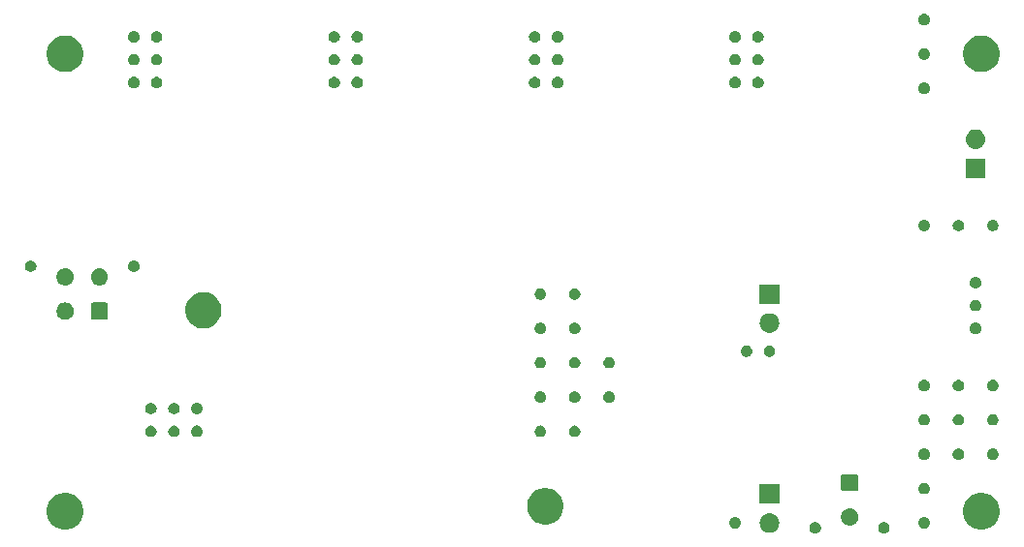
<source format=gbr>
G04 #@! TF.GenerationSoftware,KiCad,Pcbnew,(5.0.1-3-g963ef8bb5)*
G04 #@! TF.CreationDate,2019-08-31T01:17:06-07:00*
G04 #@! TF.ProjectId,gppr,677070722E6B696361645F7063620000,rev?*
G04 #@! TF.SameCoordinates,Original*
G04 #@! TF.FileFunction,Soldermask,Bot*
G04 #@! TF.FilePolarity,Negative*
%FSLAX46Y46*%
G04 Gerber Fmt 4.6, Leading zero omitted, Abs format (unit mm)*
G04 Created by KiCad (PCBNEW (5.0.1-3-g963ef8bb5)) date Saturday, August 31, 2019 at 01:17:06 AM*
%MOMM*%
%LPD*%
G01*
G04 APERTURE LIST*
%ADD10C,0.100000*%
G04 APERTURE END LIST*
D10*
G36*
X176603309Y-145950754D02*
X176645845Y-145959215D01*
X176693705Y-145979039D01*
X176736839Y-145996906D01*
X176771313Y-146019941D01*
X176818734Y-146051627D01*
X176888373Y-146121266D01*
X176888375Y-146121269D01*
X176917356Y-146164641D01*
X176943095Y-146203163D01*
X176962495Y-146250000D01*
X176980785Y-146294155D01*
X177000000Y-146390754D01*
X177000000Y-146489246D01*
X176990200Y-146538513D01*
X176980785Y-146585845D01*
X176943095Y-146676837D01*
X176888373Y-146758734D01*
X176818734Y-146828373D01*
X176818731Y-146828375D01*
X176736839Y-146883094D01*
X176736838Y-146883095D01*
X176736837Y-146883095D01*
X176645845Y-146920785D01*
X176549246Y-146940000D01*
X176450754Y-146940000D01*
X176354155Y-146920785D01*
X176263163Y-146883095D01*
X176263162Y-146883095D01*
X176263161Y-146883094D01*
X176181269Y-146828375D01*
X176181266Y-146828373D01*
X176111627Y-146758734D01*
X176056905Y-146676837D01*
X176019215Y-146585845D01*
X176009800Y-146538513D01*
X176000000Y-146489246D01*
X176000000Y-146390754D01*
X176019215Y-146294155D01*
X176037505Y-146250000D01*
X176056905Y-146203163D01*
X176082645Y-146164641D01*
X176111625Y-146121269D01*
X176111627Y-146121266D01*
X176181266Y-146051627D01*
X176228687Y-146019941D01*
X176263161Y-145996906D01*
X176306296Y-145979039D01*
X176354155Y-145959215D01*
X176396691Y-145950754D01*
X176450754Y-145940000D01*
X176549246Y-145940000D01*
X176603309Y-145950754D01*
X176603309Y-145950754D01*
G37*
G36*
X170603309Y-145950754D02*
X170645845Y-145959215D01*
X170693705Y-145979039D01*
X170736839Y-145996906D01*
X170771313Y-146019941D01*
X170818734Y-146051627D01*
X170888373Y-146121266D01*
X170888375Y-146121269D01*
X170917356Y-146164641D01*
X170943095Y-146203163D01*
X170962495Y-146250000D01*
X170980785Y-146294155D01*
X171000000Y-146390754D01*
X171000000Y-146489246D01*
X170990200Y-146538513D01*
X170980785Y-146585845D01*
X170943095Y-146676837D01*
X170888373Y-146758734D01*
X170818734Y-146828373D01*
X170818731Y-146828375D01*
X170736839Y-146883094D01*
X170736838Y-146883095D01*
X170736837Y-146883095D01*
X170645845Y-146920785D01*
X170549246Y-146940000D01*
X170450754Y-146940000D01*
X170354155Y-146920785D01*
X170263163Y-146883095D01*
X170263162Y-146883095D01*
X170263161Y-146883094D01*
X170181269Y-146828375D01*
X170181266Y-146828373D01*
X170111627Y-146758734D01*
X170056905Y-146676837D01*
X170019215Y-146585845D01*
X170009800Y-146538513D01*
X170000000Y-146489246D01*
X170000000Y-146390754D01*
X170019215Y-146294155D01*
X170037505Y-146250000D01*
X170056905Y-146203163D01*
X170082645Y-146164641D01*
X170111625Y-146121269D01*
X170111627Y-146121266D01*
X170181266Y-146051627D01*
X170228687Y-146019941D01*
X170263161Y-145996906D01*
X170306296Y-145979039D01*
X170354155Y-145959215D01*
X170396691Y-145950754D01*
X170450754Y-145940000D01*
X170549246Y-145940000D01*
X170603309Y-145950754D01*
X170603309Y-145950754D01*
G37*
G36*
X166666630Y-145202299D02*
X166826855Y-145250903D01*
X166974520Y-145329831D01*
X167103949Y-145436051D01*
X167210169Y-145565480D01*
X167289097Y-145713145D01*
X167337701Y-145873370D01*
X167354112Y-146040000D01*
X167337701Y-146206630D01*
X167289097Y-146366855D01*
X167210169Y-146514520D01*
X167103949Y-146643949D01*
X166974520Y-146750169D01*
X166826855Y-146829097D01*
X166666630Y-146877701D01*
X166541752Y-146890000D01*
X166458248Y-146890000D01*
X166333370Y-146877701D01*
X166173145Y-146829097D01*
X166025480Y-146750169D01*
X165896051Y-146643949D01*
X165789831Y-146514520D01*
X165710903Y-146366855D01*
X165662299Y-146206630D01*
X165645888Y-146040000D01*
X165662299Y-145873370D01*
X165710903Y-145713145D01*
X165789831Y-145565480D01*
X165896051Y-145436051D01*
X166025480Y-145329831D01*
X166173145Y-145250903D01*
X166333370Y-145202299D01*
X166458248Y-145190000D01*
X166541752Y-145190000D01*
X166666630Y-145202299D01*
X166666630Y-145202299D01*
G37*
G36*
X185466703Y-143461486D02*
X185757883Y-143582097D01*
X186019944Y-143757201D01*
X186242799Y-143980056D01*
X186417903Y-144242117D01*
X186538514Y-144533297D01*
X186600000Y-144842412D01*
X186600000Y-145157588D01*
X186538514Y-145466703D01*
X186417903Y-145757883D01*
X186242799Y-146019944D01*
X186019944Y-146242799D01*
X185757883Y-146417903D01*
X185466703Y-146538514D01*
X185157588Y-146600000D01*
X184842412Y-146600000D01*
X184533297Y-146538514D01*
X184242117Y-146417903D01*
X183980056Y-146242799D01*
X183757201Y-146019944D01*
X183582097Y-145757883D01*
X183461486Y-145466703D01*
X183400000Y-145157588D01*
X183400000Y-144842412D01*
X183461486Y-144533297D01*
X183582097Y-144242117D01*
X183757201Y-143980056D01*
X183980056Y-143757201D01*
X184242117Y-143582097D01*
X184533297Y-143461486D01*
X184842412Y-143400000D01*
X185157588Y-143400000D01*
X185466703Y-143461486D01*
X185466703Y-143461486D01*
G37*
G36*
X105466703Y-143461486D02*
X105757883Y-143582097D01*
X106019944Y-143757201D01*
X106242799Y-143980056D01*
X106417903Y-144242117D01*
X106538514Y-144533297D01*
X106600000Y-144842412D01*
X106600000Y-145157588D01*
X106538514Y-145466703D01*
X106417903Y-145757883D01*
X106242799Y-146019944D01*
X106019944Y-146242799D01*
X105757883Y-146417903D01*
X105466703Y-146538514D01*
X105157588Y-146600000D01*
X104842412Y-146600000D01*
X104533297Y-146538514D01*
X104242117Y-146417903D01*
X103980056Y-146242799D01*
X103757201Y-146019944D01*
X103582097Y-145757883D01*
X103461486Y-145466703D01*
X103400000Y-145157588D01*
X103400000Y-144842412D01*
X103461486Y-144533297D01*
X103582097Y-144242117D01*
X103757201Y-143980056D01*
X103980056Y-143757201D01*
X104242117Y-143582097D01*
X104533297Y-143461486D01*
X104842412Y-143400000D01*
X105157588Y-143400000D01*
X105466703Y-143461486D01*
X105466703Y-143461486D01*
G37*
G36*
X180145845Y-145519215D02*
X180236839Y-145556906D01*
X180317640Y-145610896D01*
X180318734Y-145611627D01*
X180388373Y-145681266D01*
X180388375Y-145681269D01*
X180443094Y-145763161D01*
X180480785Y-145854155D01*
X180500000Y-145950754D01*
X180500000Y-146049246D01*
X180480785Y-146145845D01*
X180455608Y-146206629D01*
X180443094Y-146236839D01*
X180439110Y-146242801D01*
X180388373Y-146318734D01*
X180318734Y-146388373D01*
X180318731Y-146388375D01*
X180236839Y-146443094D01*
X180145845Y-146480785D01*
X180049246Y-146500000D01*
X179950754Y-146500000D01*
X179854155Y-146480785D01*
X179763161Y-146443094D01*
X179681269Y-146388375D01*
X179681266Y-146388373D01*
X179611627Y-146318734D01*
X179560890Y-146242801D01*
X179556906Y-146236839D01*
X179544393Y-146206629D01*
X179519215Y-146145845D01*
X179500000Y-146049246D01*
X179500000Y-145950754D01*
X179519215Y-145854155D01*
X179556906Y-145763161D01*
X179611625Y-145681269D01*
X179611627Y-145681266D01*
X179681266Y-145611627D01*
X179682360Y-145610896D01*
X179763161Y-145556906D01*
X179854155Y-145519215D01*
X179950754Y-145500000D01*
X180049246Y-145500000D01*
X180145845Y-145519215D01*
X180145845Y-145519215D01*
G37*
G36*
X163645845Y-145519215D02*
X163736839Y-145556906D01*
X163817640Y-145610896D01*
X163818734Y-145611627D01*
X163888373Y-145681266D01*
X163888375Y-145681269D01*
X163943094Y-145763161D01*
X163980785Y-145854155D01*
X164000000Y-145950754D01*
X164000000Y-146049246D01*
X163980785Y-146145845D01*
X163955608Y-146206629D01*
X163943094Y-146236839D01*
X163939110Y-146242801D01*
X163888373Y-146318734D01*
X163818734Y-146388373D01*
X163818731Y-146388375D01*
X163736839Y-146443094D01*
X163645845Y-146480785D01*
X163549246Y-146500000D01*
X163450754Y-146500000D01*
X163354155Y-146480785D01*
X163263161Y-146443094D01*
X163181269Y-146388375D01*
X163181266Y-146388373D01*
X163111627Y-146318734D01*
X163060890Y-146242801D01*
X163056906Y-146236839D01*
X163044393Y-146206629D01*
X163019215Y-146145845D01*
X163000000Y-146049246D01*
X163000000Y-145950754D01*
X163019215Y-145854155D01*
X163056906Y-145763161D01*
X163111625Y-145681269D01*
X163111627Y-145681266D01*
X163181266Y-145611627D01*
X163182360Y-145610896D01*
X163263161Y-145556906D01*
X163354155Y-145519215D01*
X163450754Y-145500000D01*
X163549246Y-145500000D01*
X163645845Y-145519215D01*
X163645845Y-145519215D01*
G37*
G36*
X173646318Y-144764411D02*
X173718767Y-144778822D01*
X173775303Y-144802240D01*
X173855257Y-144835358D01*
X173978100Y-144917439D01*
X174082561Y-145021900D01*
X174164642Y-145144743D01*
X174221178Y-145281234D01*
X174250000Y-145426130D01*
X174250000Y-145573870D01*
X174221178Y-145718766D01*
X174164642Y-145855257D01*
X174082561Y-145978100D01*
X173978100Y-146082561D01*
X173855257Y-146164642D01*
X173775303Y-146197760D01*
X173718767Y-146221178D01*
X173646318Y-146235589D01*
X173573870Y-146250000D01*
X173426130Y-146250000D01*
X173353682Y-146235589D01*
X173281233Y-146221178D01*
X173224697Y-146197760D01*
X173144743Y-146164642D01*
X173021900Y-146082561D01*
X172917439Y-145978100D01*
X172835358Y-145855257D01*
X172778822Y-145718766D01*
X172750000Y-145573870D01*
X172750000Y-145426130D01*
X172778822Y-145281234D01*
X172835358Y-145144743D01*
X172917439Y-145021900D01*
X173021900Y-144917439D01*
X173144743Y-144835358D01*
X173224697Y-144802240D01*
X173281233Y-144778822D01*
X173353682Y-144764411D01*
X173426130Y-144750000D01*
X173573870Y-144750000D01*
X173646318Y-144764411D01*
X173646318Y-144764411D01*
G37*
G36*
X147291391Y-143020735D02*
X147393786Y-143041103D01*
X147480914Y-143077193D01*
X147683146Y-143160960D01*
X147943569Y-143334969D01*
X148165031Y-143556431D01*
X148339040Y-143816854D01*
X148458897Y-144106215D01*
X148520000Y-144413397D01*
X148520000Y-144726603D01*
X148458897Y-145033785D01*
X148339040Y-145323146D01*
X148165031Y-145583569D01*
X147943569Y-145805031D01*
X147683146Y-145979040D01*
X147535975Y-146040000D01*
X147393786Y-146098897D01*
X147291391Y-146119265D01*
X147086603Y-146160000D01*
X146773397Y-146160000D01*
X146568609Y-146119265D01*
X146466214Y-146098897D01*
X146324025Y-146040000D01*
X146176854Y-145979040D01*
X145916431Y-145805031D01*
X145694969Y-145583569D01*
X145520960Y-145323146D01*
X145401103Y-145033785D01*
X145340000Y-144726603D01*
X145340000Y-144413397D01*
X145401103Y-144106215D01*
X145520960Y-143816854D01*
X145694969Y-143556431D01*
X145916431Y-143334969D01*
X146176854Y-143160960D01*
X146379086Y-143077193D01*
X146466214Y-143041103D01*
X146568609Y-143020735D01*
X146773397Y-142980000D01*
X147086603Y-142980000D01*
X147291391Y-143020735D01*
X147291391Y-143020735D01*
G37*
G36*
X167350000Y-144350000D02*
X165650000Y-144350000D01*
X165650000Y-142650000D01*
X167350000Y-142650000D01*
X167350000Y-144350000D01*
X167350000Y-144350000D01*
G37*
G36*
X180145845Y-142519215D02*
X180236839Y-142556906D01*
X180317640Y-142610896D01*
X180318734Y-142611627D01*
X180388373Y-142681266D01*
X180443095Y-142763163D01*
X180480785Y-142854155D01*
X180500000Y-142950755D01*
X180500000Y-143049245D01*
X180480785Y-143145845D01*
X180449485Y-143221411D01*
X180443094Y-143236839D01*
X180434300Y-143250000D01*
X180388373Y-143318734D01*
X180318734Y-143388373D01*
X180318731Y-143388375D01*
X180236839Y-143443094D01*
X180236838Y-143443095D01*
X180236837Y-143443095D01*
X180145845Y-143480785D01*
X180049246Y-143500000D01*
X179950754Y-143500000D01*
X179854155Y-143480785D01*
X179763163Y-143443095D01*
X179763162Y-143443095D01*
X179763161Y-143443094D01*
X179681269Y-143388375D01*
X179681266Y-143388373D01*
X179611627Y-143318734D01*
X179565700Y-143250000D01*
X179556906Y-143236839D01*
X179550516Y-143221411D01*
X179519215Y-143145845D01*
X179500000Y-143049245D01*
X179500000Y-142950755D01*
X179519215Y-142854155D01*
X179556905Y-142763163D01*
X179611627Y-142681266D01*
X179681266Y-142611627D01*
X179682360Y-142610896D01*
X179763161Y-142556906D01*
X179854155Y-142519215D01*
X179950754Y-142500000D01*
X180049246Y-142500000D01*
X180145845Y-142519215D01*
X180145845Y-142519215D01*
G37*
G36*
X174115731Y-141753795D02*
X174146882Y-141763245D01*
X174175590Y-141778589D01*
X174200757Y-141799243D01*
X174221411Y-141824410D01*
X174236755Y-141853118D01*
X174246205Y-141884269D01*
X174250000Y-141922807D01*
X174250000Y-143077193D01*
X174246205Y-143115731D01*
X174236755Y-143146882D01*
X174221411Y-143175590D01*
X174200757Y-143200757D01*
X174175590Y-143221411D01*
X174146882Y-143236755D01*
X174115731Y-143246205D01*
X174077193Y-143250000D01*
X172922807Y-143250000D01*
X172884269Y-143246205D01*
X172853118Y-143236755D01*
X172824410Y-143221411D01*
X172799243Y-143200757D01*
X172778589Y-143175590D01*
X172763245Y-143146882D01*
X172753795Y-143115731D01*
X172750000Y-143077193D01*
X172750000Y-141922807D01*
X172753795Y-141884269D01*
X172763245Y-141853118D01*
X172778589Y-141824410D01*
X172799243Y-141799243D01*
X172824410Y-141778589D01*
X172853118Y-141763245D01*
X172884269Y-141753795D01*
X172922807Y-141750000D01*
X174077193Y-141750000D01*
X174115731Y-141753795D01*
X174115731Y-141753795D01*
G37*
G36*
X186145845Y-139519215D02*
X186236839Y-139556906D01*
X186317640Y-139610896D01*
X186318734Y-139611627D01*
X186388373Y-139681266D01*
X186443095Y-139763163D01*
X186480785Y-139854155D01*
X186500000Y-139950755D01*
X186500000Y-140049245D01*
X186480785Y-140145845D01*
X186443095Y-140236837D01*
X186388373Y-140318734D01*
X186318734Y-140388373D01*
X186318731Y-140388375D01*
X186236839Y-140443094D01*
X186145845Y-140480785D01*
X186049246Y-140500000D01*
X185950754Y-140500000D01*
X185854155Y-140480785D01*
X185763161Y-140443094D01*
X185681269Y-140388375D01*
X185681266Y-140388373D01*
X185611627Y-140318734D01*
X185556905Y-140236837D01*
X185519215Y-140145845D01*
X185500000Y-140049245D01*
X185500000Y-139950755D01*
X185519215Y-139854155D01*
X185556905Y-139763163D01*
X185611627Y-139681266D01*
X185681266Y-139611627D01*
X185682360Y-139610896D01*
X185763161Y-139556906D01*
X185854155Y-139519215D01*
X185950754Y-139500000D01*
X186049246Y-139500000D01*
X186145845Y-139519215D01*
X186145845Y-139519215D01*
G37*
G36*
X183145845Y-139519215D02*
X183236839Y-139556906D01*
X183317640Y-139610896D01*
X183318734Y-139611627D01*
X183388373Y-139681266D01*
X183443095Y-139763163D01*
X183480785Y-139854155D01*
X183500000Y-139950755D01*
X183500000Y-140049245D01*
X183480785Y-140145845D01*
X183443095Y-140236837D01*
X183388373Y-140318734D01*
X183318734Y-140388373D01*
X183318731Y-140388375D01*
X183236839Y-140443094D01*
X183145845Y-140480785D01*
X183049246Y-140500000D01*
X182950754Y-140500000D01*
X182854155Y-140480785D01*
X182763161Y-140443094D01*
X182681269Y-140388375D01*
X182681266Y-140388373D01*
X182611627Y-140318734D01*
X182556905Y-140236837D01*
X182519215Y-140145845D01*
X182500000Y-140049245D01*
X182500000Y-139950755D01*
X182519215Y-139854155D01*
X182556905Y-139763163D01*
X182611627Y-139681266D01*
X182681266Y-139611627D01*
X182682360Y-139610896D01*
X182763161Y-139556906D01*
X182854155Y-139519215D01*
X182950754Y-139500000D01*
X183049246Y-139500000D01*
X183145845Y-139519215D01*
X183145845Y-139519215D01*
G37*
G36*
X180145845Y-139519215D02*
X180236839Y-139556906D01*
X180317640Y-139610896D01*
X180318734Y-139611627D01*
X180388373Y-139681266D01*
X180443095Y-139763163D01*
X180480785Y-139854155D01*
X180500000Y-139950755D01*
X180500000Y-140049245D01*
X180480785Y-140145845D01*
X180443095Y-140236837D01*
X180388373Y-140318734D01*
X180318734Y-140388373D01*
X180318731Y-140388375D01*
X180236839Y-140443094D01*
X180145845Y-140480785D01*
X180049246Y-140500000D01*
X179950754Y-140500000D01*
X179854155Y-140480785D01*
X179763161Y-140443094D01*
X179681269Y-140388375D01*
X179681266Y-140388373D01*
X179611627Y-140318734D01*
X179556905Y-140236837D01*
X179519215Y-140145845D01*
X179500000Y-140049245D01*
X179500000Y-139950755D01*
X179519215Y-139854155D01*
X179556905Y-139763163D01*
X179611627Y-139681266D01*
X179681266Y-139611627D01*
X179682360Y-139610896D01*
X179763161Y-139556906D01*
X179854155Y-139519215D01*
X179950754Y-139500000D01*
X180049246Y-139500000D01*
X180145845Y-139519215D01*
X180145845Y-139519215D01*
G37*
G36*
X149645845Y-137519215D02*
X149736839Y-137556906D01*
X149817640Y-137610896D01*
X149818734Y-137611627D01*
X149888373Y-137681266D01*
X149943095Y-137763163D01*
X149980785Y-137854155D01*
X150000000Y-137950755D01*
X150000000Y-138049245D01*
X149980785Y-138145845D01*
X149943095Y-138236837D01*
X149888373Y-138318734D01*
X149818734Y-138388373D01*
X149818731Y-138388375D01*
X149736839Y-138443094D01*
X149645845Y-138480785D01*
X149549246Y-138500000D01*
X149450754Y-138500000D01*
X149354155Y-138480785D01*
X149263161Y-138443094D01*
X149181269Y-138388375D01*
X149181266Y-138388373D01*
X149111627Y-138318734D01*
X149056905Y-138236837D01*
X149019215Y-138145845D01*
X149000000Y-138049245D01*
X149000000Y-137950755D01*
X149019215Y-137854155D01*
X149056905Y-137763163D01*
X149111627Y-137681266D01*
X149181266Y-137611627D01*
X149182360Y-137610896D01*
X149263161Y-137556906D01*
X149354155Y-137519215D01*
X149450754Y-137500000D01*
X149549246Y-137500000D01*
X149645845Y-137519215D01*
X149645845Y-137519215D01*
G37*
G36*
X146645845Y-137519215D02*
X146736839Y-137556906D01*
X146817640Y-137610896D01*
X146818734Y-137611627D01*
X146888373Y-137681266D01*
X146943095Y-137763163D01*
X146980785Y-137854155D01*
X147000000Y-137950755D01*
X147000000Y-138049245D01*
X146980785Y-138145845D01*
X146943095Y-138236837D01*
X146888373Y-138318734D01*
X146818734Y-138388373D01*
X146818731Y-138388375D01*
X146736839Y-138443094D01*
X146645845Y-138480785D01*
X146549246Y-138500000D01*
X146450754Y-138500000D01*
X146354155Y-138480785D01*
X146263161Y-138443094D01*
X146181269Y-138388375D01*
X146181266Y-138388373D01*
X146111627Y-138318734D01*
X146056905Y-138236837D01*
X146019215Y-138145845D01*
X146000000Y-138049245D01*
X146000000Y-137950755D01*
X146019215Y-137854155D01*
X146056905Y-137763163D01*
X146111627Y-137681266D01*
X146181266Y-137611627D01*
X146182360Y-137610896D01*
X146263161Y-137556906D01*
X146354155Y-137519215D01*
X146450754Y-137500000D01*
X146549246Y-137500000D01*
X146645845Y-137519215D01*
X146645845Y-137519215D01*
G37*
G36*
X116645845Y-137519215D02*
X116736839Y-137556906D01*
X116817640Y-137610896D01*
X116818734Y-137611627D01*
X116888373Y-137681266D01*
X116943095Y-137763163D01*
X116980785Y-137854155D01*
X117000000Y-137950755D01*
X117000000Y-138049245D01*
X116980785Y-138145845D01*
X116943095Y-138236837D01*
X116888373Y-138318734D01*
X116818734Y-138388373D01*
X116818731Y-138388375D01*
X116736839Y-138443094D01*
X116645845Y-138480785D01*
X116549246Y-138500000D01*
X116450754Y-138500000D01*
X116354155Y-138480785D01*
X116263161Y-138443094D01*
X116181269Y-138388375D01*
X116181266Y-138388373D01*
X116111627Y-138318734D01*
X116056905Y-138236837D01*
X116019215Y-138145845D01*
X116000000Y-138049245D01*
X116000000Y-137950755D01*
X116019215Y-137854155D01*
X116056905Y-137763163D01*
X116111627Y-137681266D01*
X116181266Y-137611627D01*
X116182360Y-137610896D01*
X116263161Y-137556906D01*
X116354155Y-137519215D01*
X116450754Y-137500000D01*
X116549246Y-137500000D01*
X116645845Y-137519215D01*
X116645845Y-137519215D01*
G37*
G36*
X114645845Y-137519215D02*
X114736839Y-137556906D01*
X114817640Y-137610896D01*
X114818734Y-137611627D01*
X114888373Y-137681266D01*
X114943095Y-137763163D01*
X114980785Y-137854155D01*
X115000000Y-137950755D01*
X115000000Y-138049245D01*
X114980785Y-138145845D01*
X114943095Y-138236837D01*
X114888373Y-138318734D01*
X114818734Y-138388373D01*
X114818731Y-138388375D01*
X114736839Y-138443094D01*
X114645845Y-138480785D01*
X114549246Y-138500000D01*
X114450754Y-138500000D01*
X114354155Y-138480785D01*
X114263161Y-138443094D01*
X114181269Y-138388375D01*
X114181266Y-138388373D01*
X114111627Y-138318734D01*
X114056905Y-138236837D01*
X114019215Y-138145845D01*
X114000000Y-138049245D01*
X114000000Y-137950755D01*
X114019215Y-137854155D01*
X114056905Y-137763163D01*
X114111627Y-137681266D01*
X114181266Y-137611627D01*
X114182360Y-137610896D01*
X114263161Y-137556906D01*
X114354155Y-137519215D01*
X114450754Y-137500000D01*
X114549246Y-137500000D01*
X114645845Y-137519215D01*
X114645845Y-137519215D01*
G37*
G36*
X112645845Y-137519215D02*
X112736839Y-137556906D01*
X112817640Y-137610896D01*
X112818734Y-137611627D01*
X112888373Y-137681266D01*
X112943095Y-137763163D01*
X112980785Y-137854155D01*
X113000000Y-137950755D01*
X113000000Y-138049245D01*
X112980785Y-138145845D01*
X112943095Y-138236837D01*
X112888373Y-138318734D01*
X112818734Y-138388373D01*
X112818731Y-138388375D01*
X112736839Y-138443094D01*
X112645845Y-138480785D01*
X112549246Y-138500000D01*
X112450754Y-138500000D01*
X112354155Y-138480785D01*
X112263161Y-138443094D01*
X112181269Y-138388375D01*
X112181266Y-138388373D01*
X112111627Y-138318734D01*
X112056905Y-138236837D01*
X112019215Y-138145845D01*
X112000000Y-138049245D01*
X112000000Y-137950755D01*
X112019215Y-137854155D01*
X112056905Y-137763163D01*
X112111627Y-137681266D01*
X112181266Y-137611627D01*
X112182360Y-137610896D01*
X112263161Y-137556906D01*
X112354155Y-137519215D01*
X112450754Y-137500000D01*
X112549246Y-137500000D01*
X112645845Y-137519215D01*
X112645845Y-137519215D01*
G37*
G36*
X180145845Y-136519215D02*
X180236839Y-136556906D01*
X180317640Y-136610896D01*
X180318734Y-136611627D01*
X180388373Y-136681266D01*
X180443095Y-136763163D01*
X180480785Y-136854155D01*
X180500000Y-136950755D01*
X180500000Y-137049245D01*
X180480785Y-137145845D01*
X180443095Y-137236837D01*
X180388373Y-137318734D01*
X180318734Y-137388373D01*
X180318731Y-137388375D01*
X180236839Y-137443094D01*
X180145845Y-137480785D01*
X180049246Y-137500000D01*
X179950754Y-137500000D01*
X179854155Y-137480785D01*
X179763161Y-137443094D01*
X179681269Y-137388375D01*
X179681266Y-137388373D01*
X179611627Y-137318734D01*
X179556905Y-137236837D01*
X179519215Y-137145845D01*
X179500000Y-137049245D01*
X179500000Y-136950755D01*
X179519215Y-136854155D01*
X179556905Y-136763163D01*
X179611627Y-136681266D01*
X179681266Y-136611627D01*
X179682360Y-136610896D01*
X179763161Y-136556906D01*
X179854155Y-136519215D01*
X179950754Y-136500000D01*
X180049246Y-136500000D01*
X180145845Y-136519215D01*
X180145845Y-136519215D01*
G37*
G36*
X186145845Y-136519215D02*
X186236839Y-136556906D01*
X186317640Y-136610896D01*
X186318734Y-136611627D01*
X186388373Y-136681266D01*
X186443095Y-136763163D01*
X186480785Y-136854155D01*
X186500000Y-136950755D01*
X186500000Y-137049245D01*
X186480785Y-137145845D01*
X186443095Y-137236837D01*
X186388373Y-137318734D01*
X186318734Y-137388373D01*
X186318731Y-137388375D01*
X186236839Y-137443094D01*
X186145845Y-137480785D01*
X186049246Y-137500000D01*
X185950754Y-137500000D01*
X185854155Y-137480785D01*
X185763161Y-137443094D01*
X185681269Y-137388375D01*
X185681266Y-137388373D01*
X185611627Y-137318734D01*
X185556905Y-137236837D01*
X185519215Y-137145845D01*
X185500000Y-137049245D01*
X185500000Y-136950755D01*
X185519215Y-136854155D01*
X185556905Y-136763163D01*
X185611627Y-136681266D01*
X185681266Y-136611627D01*
X185682360Y-136610896D01*
X185763161Y-136556906D01*
X185854155Y-136519215D01*
X185950754Y-136500000D01*
X186049246Y-136500000D01*
X186145845Y-136519215D01*
X186145845Y-136519215D01*
G37*
G36*
X183145845Y-136519215D02*
X183236839Y-136556906D01*
X183317640Y-136610896D01*
X183318734Y-136611627D01*
X183388373Y-136681266D01*
X183443095Y-136763163D01*
X183480785Y-136854155D01*
X183500000Y-136950755D01*
X183500000Y-137049245D01*
X183480785Y-137145845D01*
X183443095Y-137236837D01*
X183388373Y-137318734D01*
X183318734Y-137388373D01*
X183318731Y-137388375D01*
X183236839Y-137443094D01*
X183145845Y-137480785D01*
X183049246Y-137500000D01*
X182950754Y-137500000D01*
X182854155Y-137480785D01*
X182763161Y-137443094D01*
X182681269Y-137388375D01*
X182681266Y-137388373D01*
X182611627Y-137318734D01*
X182556905Y-137236837D01*
X182519215Y-137145845D01*
X182500000Y-137049245D01*
X182500000Y-136950755D01*
X182519215Y-136854155D01*
X182556905Y-136763163D01*
X182611627Y-136681266D01*
X182681266Y-136611627D01*
X182682360Y-136610896D01*
X182763161Y-136556906D01*
X182854155Y-136519215D01*
X182950754Y-136500000D01*
X183049246Y-136500000D01*
X183145845Y-136519215D01*
X183145845Y-136519215D01*
G37*
G36*
X116645845Y-135519215D02*
X116736839Y-135556906D01*
X116817640Y-135610896D01*
X116818734Y-135611627D01*
X116888373Y-135681266D01*
X116943095Y-135763163D01*
X116980785Y-135854155D01*
X117000000Y-135950755D01*
X117000000Y-136049245D01*
X116980785Y-136145845D01*
X116943095Y-136236837D01*
X116888373Y-136318734D01*
X116818734Y-136388373D01*
X116818731Y-136388375D01*
X116736839Y-136443094D01*
X116645845Y-136480785D01*
X116549246Y-136500000D01*
X116450754Y-136500000D01*
X116354155Y-136480785D01*
X116263161Y-136443094D01*
X116181269Y-136388375D01*
X116181266Y-136388373D01*
X116111627Y-136318734D01*
X116056905Y-136236837D01*
X116019215Y-136145845D01*
X116000000Y-136049245D01*
X116000000Y-135950755D01*
X116019215Y-135854155D01*
X116056905Y-135763163D01*
X116111627Y-135681266D01*
X116181266Y-135611627D01*
X116182360Y-135610896D01*
X116263161Y-135556906D01*
X116354155Y-135519215D01*
X116450754Y-135500000D01*
X116549246Y-135500000D01*
X116645845Y-135519215D01*
X116645845Y-135519215D01*
G37*
G36*
X114645845Y-135519215D02*
X114736839Y-135556906D01*
X114817640Y-135610896D01*
X114818734Y-135611627D01*
X114888373Y-135681266D01*
X114943095Y-135763163D01*
X114980785Y-135854155D01*
X115000000Y-135950755D01*
X115000000Y-136049245D01*
X114980785Y-136145845D01*
X114943095Y-136236837D01*
X114888373Y-136318734D01*
X114818734Y-136388373D01*
X114818731Y-136388375D01*
X114736839Y-136443094D01*
X114645845Y-136480785D01*
X114549246Y-136500000D01*
X114450754Y-136500000D01*
X114354155Y-136480785D01*
X114263161Y-136443094D01*
X114181269Y-136388375D01*
X114181266Y-136388373D01*
X114111627Y-136318734D01*
X114056905Y-136236837D01*
X114019215Y-136145845D01*
X114000000Y-136049245D01*
X114000000Y-135950755D01*
X114019215Y-135854155D01*
X114056905Y-135763163D01*
X114111627Y-135681266D01*
X114181266Y-135611627D01*
X114182360Y-135610896D01*
X114263161Y-135556906D01*
X114354155Y-135519215D01*
X114450754Y-135500000D01*
X114549246Y-135500000D01*
X114645845Y-135519215D01*
X114645845Y-135519215D01*
G37*
G36*
X112645845Y-135519215D02*
X112736839Y-135556906D01*
X112817640Y-135610896D01*
X112818734Y-135611627D01*
X112888373Y-135681266D01*
X112943095Y-135763163D01*
X112980785Y-135854155D01*
X113000000Y-135950755D01*
X113000000Y-136049245D01*
X112980785Y-136145845D01*
X112943095Y-136236837D01*
X112888373Y-136318734D01*
X112818734Y-136388373D01*
X112818731Y-136388375D01*
X112736839Y-136443094D01*
X112645845Y-136480785D01*
X112549246Y-136500000D01*
X112450754Y-136500000D01*
X112354155Y-136480785D01*
X112263161Y-136443094D01*
X112181269Y-136388375D01*
X112181266Y-136388373D01*
X112111627Y-136318734D01*
X112056905Y-136236837D01*
X112019215Y-136145845D01*
X112000000Y-136049245D01*
X112000000Y-135950755D01*
X112019215Y-135854155D01*
X112056905Y-135763163D01*
X112111627Y-135681266D01*
X112181266Y-135611627D01*
X112182360Y-135610896D01*
X112263161Y-135556906D01*
X112354155Y-135519215D01*
X112450754Y-135500000D01*
X112549246Y-135500000D01*
X112645845Y-135519215D01*
X112645845Y-135519215D01*
G37*
G36*
X152645845Y-134519215D02*
X152736839Y-134556906D01*
X152817640Y-134610896D01*
X152818734Y-134611627D01*
X152888373Y-134681266D01*
X152943095Y-134763163D01*
X152980785Y-134854155D01*
X153000000Y-134950755D01*
X153000000Y-135049245D01*
X152980785Y-135145845D01*
X152943095Y-135236837D01*
X152888373Y-135318734D01*
X152818734Y-135388373D01*
X152818731Y-135388375D01*
X152736839Y-135443094D01*
X152645845Y-135480785D01*
X152549246Y-135500000D01*
X152450754Y-135500000D01*
X152354155Y-135480785D01*
X152263161Y-135443094D01*
X152181269Y-135388375D01*
X152181266Y-135388373D01*
X152111627Y-135318734D01*
X152056905Y-135236837D01*
X152019215Y-135145845D01*
X152000000Y-135049245D01*
X152000000Y-134950755D01*
X152019215Y-134854155D01*
X152056905Y-134763163D01*
X152111627Y-134681266D01*
X152181266Y-134611627D01*
X152182360Y-134610896D01*
X152263161Y-134556906D01*
X152354155Y-134519215D01*
X152450754Y-134500000D01*
X152549246Y-134500000D01*
X152645845Y-134519215D01*
X152645845Y-134519215D01*
G37*
G36*
X149645845Y-134519215D02*
X149736839Y-134556906D01*
X149817640Y-134610896D01*
X149818734Y-134611627D01*
X149888373Y-134681266D01*
X149943095Y-134763163D01*
X149980785Y-134854155D01*
X150000000Y-134950755D01*
X150000000Y-135049245D01*
X149980785Y-135145845D01*
X149943095Y-135236837D01*
X149888373Y-135318734D01*
X149818734Y-135388373D01*
X149818731Y-135388375D01*
X149736839Y-135443094D01*
X149645845Y-135480785D01*
X149549246Y-135500000D01*
X149450754Y-135500000D01*
X149354155Y-135480785D01*
X149263161Y-135443094D01*
X149181269Y-135388375D01*
X149181266Y-135388373D01*
X149111627Y-135318734D01*
X149056905Y-135236837D01*
X149019215Y-135145845D01*
X149000000Y-135049245D01*
X149000000Y-134950755D01*
X149019215Y-134854155D01*
X149056905Y-134763163D01*
X149111627Y-134681266D01*
X149181266Y-134611627D01*
X149182360Y-134610896D01*
X149263161Y-134556906D01*
X149354155Y-134519215D01*
X149450754Y-134500000D01*
X149549246Y-134500000D01*
X149645845Y-134519215D01*
X149645845Y-134519215D01*
G37*
G36*
X146645845Y-134519215D02*
X146736839Y-134556906D01*
X146817640Y-134610896D01*
X146818734Y-134611627D01*
X146888373Y-134681266D01*
X146943095Y-134763163D01*
X146980785Y-134854155D01*
X147000000Y-134950755D01*
X147000000Y-135049245D01*
X146980785Y-135145845D01*
X146943095Y-135236837D01*
X146888373Y-135318734D01*
X146818734Y-135388373D01*
X146818731Y-135388375D01*
X146736839Y-135443094D01*
X146645845Y-135480785D01*
X146549246Y-135500000D01*
X146450754Y-135500000D01*
X146354155Y-135480785D01*
X146263161Y-135443094D01*
X146181269Y-135388375D01*
X146181266Y-135388373D01*
X146111627Y-135318734D01*
X146056905Y-135236837D01*
X146019215Y-135145845D01*
X146000000Y-135049245D01*
X146000000Y-134950755D01*
X146019215Y-134854155D01*
X146056905Y-134763163D01*
X146111627Y-134681266D01*
X146181266Y-134611627D01*
X146182360Y-134610896D01*
X146263161Y-134556906D01*
X146354155Y-134519215D01*
X146450754Y-134500000D01*
X146549246Y-134500000D01*
X146645845Y-134519215D01*
X146645845Y-134519215D01*
G37*
G36*
X180145845Y-133519215D02*
X180236839Y-133556906D01*
X180317640Y-133610896D01*
X180318734Y-133611627D01*
X180388373Y-133681266D01*
X180443095Y-133763163D01*
X180480785Y-133854155D01*
X180500000Y-133950755D01*
X180500000Y-134049245D01*
X180480785Y-134145845D01*
X180443095Y-134236837D01*
X180388373Y-134318734D01*
X180318734Y-134388373D01*
X180318731Y-134388375D01*
X180236839Y-134443094D01*
X180145845Y-134480785D01*
X180049246Y-134500000D01*
X179950754Y-134500000D01*
X179854155Y-134480785D01*
X179763161Y-134443094D01*
X179681269Y-134388375D01*
X179681266Y-134388373D01*
X179611627Y-134318734D01*
X179556905Y-134236837D01*
X179519215Y-134145845D01*
X179500000Y-134049245D01*
X179500000Y-133950755D01*
X179519215Y-133854155D01*
X179556905Y-133763163D01*
X179611627Y-133681266D01*
X179681266Y-133611627D01*
X179682360Y-133610896D01*
X179763161Y-133556906D01*
X179854155Y-133519215D01*
X179950754Y-133500000D01*
X180049246Y-133500000D01*
X180145845Y-133519215D01*
X180145845Y-133519215D01*
G37*
G36*
X183145845Y-133519215D02*
X183236839Y-133556906D01*
X183317640Y-133610896D01*
X183318734Y-133611627D01*
X183388373Y-133681266D01*
X183443095Y-133763163D01*
X183480785Y-133854155D01*
X183500000Y-133950755D01*
X183500000Y-134049245D01*
X183480785Y-134145845D01*
X183443095Y-134236837D01*
X183388373Y-134318734D01*
X183318734Y-134388373D01*
X183318731Y-134388375D01*
X183236839Y-134443094D01*
X183145845Y-134480785D01*
X183049246Y-134500000D01*
X182950754Y-134500000D01*
X182854155Y-134480785D01*
X182763161Y-134443094D01*
X182681269Y-134388375D01*
X182681266Y-134388373D01*
X182611627Y-134318734D01*
X182556905Y-134236837D01*
X182519215Y-134145845D01*
X182500000Y-134049245D01*
X182500000Y-133950755D01*
X182519215Y-133854155D01*
X182556905Y-133763163D01*
X182611627Y-133681266D01*
X182681266Y-133611627D01*
X182682360Y-133610896D01*
X182763161Y-133556906D01*
X182854155Y-133519215D01*
X182950754Y-133500000D01*
X183049246Y-133500000D01*
X183145845Y-133519215D01*
X183145845Y-133519215D01*
G37*
G36*
X186145845Y-133519215D02*
X186236839Y-133556906D01*
X186317640Y-133610896D01*
X186318734Y-133611627D01*
X186388373Y-133681266D01*
X186443095Y-133763163D01*
X186480785Y-133854155D01*
X186500000Y-133950755D01*
X186500000Y-134049245D01*
X186480785Y-134145845D01*
X186443095Y-134236837D01*
X186388373Y-134318734D01*
X186318734Y-134388373D01*
X186318731Y-134388375D01*
X186236839Y-134443094D01*
X186145845Y-134480785D01*
X186049246Y-134500000D01*
X185950754Y-134500000D01*
X185854155Y-134480785D01*
X185763161Y-134443094D01*
X185681269Y-134388375D01*
X185681266Y-134388373D01*
X185611627Y-134318734D01*
X185556905Y-134236837D01*
X185519215Y-134145845D01*
X185500000Y-134049245D01*
X185500000Y-133950755D01*
X185519215Y-133854155D01*
X185556905Y-133763163D01*
X185611627Y-133681266D01*
X185681266Y-133611627D01*
X185682360Y-133610896D01*
X185763161Y-133556906D01*
X185854155Y-133519215D01*
X185950754Y-133500000D01*
X186049246Y-133500000D01*
X186145845Y-133519215D01*
X186145845Y-133519215D01*
G37*
G36*
X146645845Y-131519215D02*
X146736839Y-131556906D01*
X146817640Y-131610896D01*
X146818734Y-131611627D01*
X146888373Y-131681266D01*
X146943095Y-131763163D01*
X146980785Y-131854155D01*
X147000000Y-131950755D01*
X147000000Y-132049245D01*
X146980785Y-132145845D01*
X146943095Y-132236837D01*
X146888373Y-132318734D01*
X146818734Y-132388373D01*
X146818731Y-132388375D01*
X146736839Y-132443094D01*
X146645845Y-132480785D01*
X146549246Y-132500000D01*
X146450754Y-132500000D01*
X146354155Y-132480785D01*
X146263161Y-132443094D01*
X146181269Y-132388375D01*
X146181266Y-132388373D01*
X146111627Y-132318734D01*
X146056905Y-132236837D01*
X146019215Y-132145845D01*
X146000000Y-132049245D01*
X146000000Y-131950755D01*
X146019215Y-131854155D01*
X146056905Y-131763163D01*
X146111627Y-131681266D01*
X146181266Y-131611627D01*
X146182360Y-131610896D01*
X146263161Y-131556906D01*
X146354155Y-131519215D01*
X146450754Y-131500000D01*
X146549246Y-131500000D01*
X146645845Y-131519215D01*
X146645845Y-131519215D01*
G37*
G36*
X149645845Y-131519215D02*
X149736839Y-131556906D01*
X149817640Y-131610896D01*
X149818734Y-131611627D01*
X149888373Y-131681266D01*
X149943095Y-131763163D01*
X149980785Y-131854155D01*
X150000000Y-131950755D01*
X150000000Y-132049245D01*
X149980785Y-132145845D01*
X149943095Y-132236837D01*
X149888373Y-132318734D01*
X149818734Y-132388373D01*
X149818731Y-132388375D01*
X149736839Y-132443094D01*
X149645845Y-132480785D01*
X149549246Y-132500000D01*
X149450754Y-132500000D01*
X149354155Y-132480785D01*
X149263161Y-132443094D01*
X149181269Y-132388375D01*
X149181266Y-132388373D01*
X149111627Y-132318734D01*
X149056905Y-132236837D01*
X149019215Y-132145845D01*
X149000000Y-132049245D01*
X149000000Y-131950755D01*
X149019215Y-131854155D01*
X149056905Y-131763163D01*
X149111627Y-131681266D01*
X149181266Y-131611627D01*
X149182360Y-131610896D01*
X149263161Y-131556906D01*
X149354155Y-131519215D01*
X149450754Y-131500000D01*
X149549246Y-131500000D01*
X149645845Y-131519215D01*
X149645845Y-131519215D01*
G37*
G36*
X152645845Y-131519215D02*
X152736839Y-131556906D01*
X152817640Y-131610896D01*
X152818734Y-131611627D01*
X152888373Y-131681266D01*
X152943095Y-131763163D01*
X152980785Y-131854155D01*
X153000000Y-131950755D01*
X153000000Y-132049245D01*
X152980785Y-132145845D01*
X152943095Y-132236837D01*
X152888373Y-132318734D01*
X152818734Y-132388373D01*
X152818731Y-132388375D01*
X152736839Y-132443094D01*
X152645845Y-132480785D01*
X152549246Y-132500000D01*
X152450754Y-132500000D01*
X152354155Y-132480785D01*
X152263161Y-132443094D01*
X152181269Y-132388375D01*
X152181266Y-132388373D01*
X152111627Y-132318734D01*
X152056905Y-132236837D01*
X152019215Y-132145845D01*
X152000000Y-132049245D01*
X152000000Y-131950755D01*
X152019215Y-131854155D01*
X152056905Y-131763163D01*
X152111627Y-131681266D01*
X152181266Y-131611627D01*
X152182360Y-131610896D01*
X152263161Y-131556906D01*
X152354155Y-131519215D01*
X152450754Y-131500000D01*
X152549246Y-131500000D01*
X152645845Y-131519215D01*
X152645845Y-131519215D01*
G37*
G36*
X164645845Y-130519215D02*
X164736839Y-130556906D01*
X164817640Y-130610896D01*
X164818734Y-130611627D01*
X164888373Y-130681266D01*
X164943095Y-130763163D01*
X164980785Y-130854155D01*
X165000000Y-130950755D01*
X165000000Y-131049245D01*
X164980785Y-131145845D01*
X164943095Y-131236837D01*
X164888373Y-131318734D01*
X164818734Y-131388373D01*
X164818731Y-131388375D01*
X164736839Y-131443094D01*
X164645845Y-131480785D01*
X164549246Y-131500000D01*
X164450754Y-131500000D01*
X164354155Y-131480785D01*
X164263161Y-131443094D01*
X164181269Y-131388375D01*
X164181266Y-131388373D01*
X164111627Y-131318734D01*
X164056905Y-131236837D01*
X164019215Y-131145845D01*
X164000000Y-131049245D01*
X164000000Y-130950755D01*
X164019215Y-130854155D01*
X164056905Y-130763163D01*
X164111627Y-130681266D01*
X164181266Y-130611627D01*
X164182360Y-130610896D01*
X164263161Y-130556906D01*
X164354155Y-130519215D01*
X164450754Y-130500000D01*
X164549246Y-130500000D01*
X164645845Y-130519215D01*
X164645845Y-130519215D01*
G37*
G36*
X166645845Y-130519215D02*
X166736839Y-130556906D01*
X166817640Y-130610896D01*
X166818734Y-130611627D01*
X166888373Y-130681266D01*
X166943095Y-130763163D01*
X166980785Y-130854155D01*
X167000000Y-130950755D01*
X167000000Y-131049245D01*
X166980785Y-131145845D01*
X166943095Y-131236837D01*
X166888373Y-131318734D01*
X166818734Y-131388373D01*
X166818731Y-131388375D01*
X166736839Y-131443094D01*
X166645845Y-131480785D01*
X166549246Y-131500000D01*
X166450754Y-131500000D01*
X166354155Y-131480785D01*
X166263161Y-131443094D01*
X166181269Y-131388375D01*
X166181266Y-131388373D01*
X166111627Y-131318734D01*
X166056905Y-131236837D01*
X166019215Y-131145845D01*
X166000000Y-131049245D01*
X166000000Y-130950755D01*
X166019215Y-130854155D01*
X166056905Y-130763163D01*
X166111627Y-130681266D01*
X166181266Y-130611627D01*
X166182360Y-130610896D01*
X166263161Y-130556906D01*
X166354155Y-130519215D01*
X166450754Y-130500000D01*
X166549246Y-130500000D01*
X166645845Y-130519215D01*
X166645845Y-130519215D01*
G37*
G36*
X184645845Y-128519215D02*
X184696025Y-128540000D01*
X184736839Y-128556906D01*
X184817640Y-128610896D01*
X184818734Y-128611627D01*
X184888373Y-128681266D01*
X184888375Y-128681269D01*
X184943094Y-128763161D01*
X184980785Y-128854155D01*
X185000000Y-128950754D01*
X185000000Y-129049246D01*
X184980785Y-129145845D01*
X184943094Y-129236839D01*
X184934187Y-129250169D01*
X184888373Y-129318734D01*
X184818734Y-129388373D01*
X184818731Y-129388375D01*
X184736839Y-129443094D01*
X184645845Y-129480785D01*
X184549246Y-129500000D01*
X184450754Y-129500000D01*
X184354155Y-129480785D01*
X184263161Y-129443094D01*
X184181269Y-129388375D01*
X184181266Y-129388373D01*
X184111627Y-129318734D01*
X184065813Y-129250169D01*
X184056906Y-129236839D01*
X184019215Y-129145845D01*
X184000000Y-129049246D01*
X184000000Y-128950754D01*
X184019215Y-128854155D01*
X184056906Y-128763161D01*
X184111625Y-128681269D01*
X184111627Y-128681266D01*
X184181266Y-128611627D01*
X184182360Y-128610896D01*
X184263161Y-128556906D01*
X184303976Y-128540000D01*
X184354155Y-128519215D01*
X184450754Y-128500000D01*
X184549246Y-128500000D01*
X184645845Y-128519215D01*
X184645845Y-128519215D01*
G37*
G36*
X149645845Y-128519215D02*
X149696025Y-128540000D01*
X149736839Y-128556906D01*
X149817640Y-128610896D01*
X149818734Y-128611627D01*
X149888373Y-128681266D01*
X149888375Y-128681269D01*
X149943094Y-128763161D01*
X149980785Y-128854155D01*
X150000000Y-128950754D01*
X150000000Y-129049246D01*
X149980785Y-129145845D01*
X149943094Y-129236839D01*
X149934187Y-129250169D01*
X149888373Y-129318734D01*
X149818734Y-129388373D01*
X149818731Y-129388375D01*
X149736839Y-129443094D01*
X149645845Y-129480785D01*
X149549246Y-129500000D01*
X149450754Y-129500000D01*
X149354155Y-129480785D01*
X149263161Y-129443094D01*
X149181269Y-129388375D01*
X149181266Y-129388373D01*
X149111627Y-129318734D01*
X149065813Y-129250169D01*
X149056906Y-129236839D01*
X149019215Y-129145845D01*
X149000000Y-129049246D01*
X149000000Y-128950754D01*
X149019215Y-128854155D01*
X149056906Y-128763161D01*
X149111625Y-128681269D01*
X149111627Y-128681266D01*
X149181266Y-128611627D01*
X149182360Y-128610896D01*
X149263161Y-128556906D01*
X149303976Y-128540000D01*
X149354155Y-128519215D01*
X149450754Y-128500000D01*
X149549246Y-128500000D01*
X149645845Y-128519215D01*
X149645845Y-128519215D01*
G37*
G36*
X146645845Y-128519215D02*
X146696025Y-128540000D01*
X146736839Y-128556906D01*
X146817640Y-128610896D01*
X146818734Y-128611627D01*
X146888373Y-128681266D01*
X146888375Y-128681269D01*
X146943094Y-128763161D01*
X146980785Y-128854155D01*
X147000000Y-128950754D01*
X147000000Y-129049246D01*
X146980785Y-129145845D01*
X146943094Y-129236839D01*
X146934187Y-129250169D01*
X146888373Y-129318734D01*
X146818734Y-129388373D01*
X146818731Y-129388375D01*
X146736839Y-129443094D01*
X146645845Y-129480785D01*
X146549246Y-129500000D01*
X146450754Y-129500000D01*
X146354155Y-129480785D01*
X146263161Y-129443094D01*
X146181269Y-129388375D01*
X146181266Y-129388373D01*
X146111627Y-129318734D01*
X146065813Y-129250169D01*
X146056906Y-129236839D01*
X146019215Y-129145845D01*
X146000000Y-129049246D01*
X146000000Y-128950754D01*
X146019215Y-128854155D01*
X146056906Y-128763161D01*
X146111625Y-128681269D01*
X146111627Y-128681266D01*
X146181266Y-128611627D01*
X146182360Y-128610896D01*
X146263161Y-128556906D01*
X146303976Y-128540000D01*
X146354155Y-128519215D01*
X146450754Y-128500000D01*
X146549246Y-128500000D01*
X146645845Y-128519215D01*
X146645845Y-128519215D01*
G37*
G36*
X166666630Y-127702299D02*
X166826855Y-127750903D01*
X166974520Y-127829831D01*
X167103949Y-127936051D01*
X167210169Y-128065480D01*
X167289097Y-128213145D01*
X167337701Y-128373370D01*
X167354112Y-128540000D01*
X167337701Y-128706630D01*
X167289097Y-128866855D01*
X167210169Y-129014520D01*
X167103949Y-129143949D01*
X166974520Y-129250169D01*
X166826855Y-129329097D01*
X166666630Y-129377701D01*
X166541752Y-129390000D01*
X166458248Y-129390000D01*
X166333370Y-129377701D01*
X166173145Y-129329097D01*
X166025480Y-129250169D01*
X165896051Y-129143949D01*
X165789831Y-129014520D01*
X165710903Y-128866855D01*
X165662299Y-128706630D01*
X165645888Y-128540000D01*
X165662299Y-128373370D01*
X165710903Y-128213145D01*
X165789831Y-128065480D01*
X165896051Y-127936051D01*
X166025480Y-127829831D01*
X166173145Y-127750903D01*
X166333370Y-127702299D01*
X166458248Y-127690000D01*
X166541752Y-127690000D01*
X166666630Y-127702299D01*
X166666630Y-127702299D01*
G37*
G36*
X117431391Y-125880735D02*
X117533786Y-125901103D01*
X117653643Y-125950750D01*
X117823146Y-126020960D01*
X118083569Y-126194969D01*
X118305031Y-126416431D01*
X118479040Y-126676854D01*
X118544694Y-126835358D01*
X118592494Y-126950755D01*
X118598897Y-126966215D01*
X118652728Y-127236837D01*
X118660000Y-127273399D01*
X118660000Y-127586601D01*
X118598897Y-127893786D01*
X118563974Y-127978097D01*
X118479040Y-128183146D01*
X118305031Y-128443569D01*
X118083569Y-128665031D01*
X117823146Y-128839040D01*
X117653643Y-128909250D01*
X117533786Y-128958897D01*
X117431391Y-128979265D01*
X117226603Y-129020000D01*
X116913397Y-129020000D01*
X116708609Y-128979265D01*
X116606214Y-128958897D01*
X116486357Y-128909250D01*
X116316854Y-128839040D01*
X116056431Y-128665031D01*
X115834969Y-128443569D01*
X115660960Y-128183146D01*
X115576026Y-127978097D01*
X115541103Y-127893786D01*
X115480000Y-127586601D01*
X115480000Y-127273399D01*
X115487273Y-127236837D01*
X115541103Y-126966215D01*
X115547507Y-126950755D01*
X115595306Y-126835358D01*
X115660960Y-126676854D01*
X115834969Y-126416431D01*
X116056431Y-126194969D01*
X116316854Y-126020960D01*
X116486357Y-125950750D01*
X116606214Y-125901103D01*
X116708609Y-125880735D01*
X116913397Y-125840000D01*
X117226603Y-125840000D01*
X117431391Y-125880735D01*
X117431391Y-125880735D01*
G37*
G36*
X108615731Y-126753795D02*
X108646882Y-126763245D01*
X108675590Y-126778589D01*
X108700757Y-126799243D01*
X108721411Y-126824410D01*
X108736755Y-126853118D01*
X108746205Y-126884269D01*
X108750000Y-126922807D01*
X108750000Y-128077193D01*
X108746205Y-128115731D01*
X108736755Y-128146882D01*
X108721411Y-128175590D01*
X108700757Y-128200757D01*
X108675590Y-128221411D01*
X108646882Y-128236755D01*
X108615731Y-128246205D01*
X108577193Y-128250000D01*
X107422807Y-128250000D01*
X107384269Y-128246205D01*
X107353118Y-128236755D01*
X107324410Y-128221411D01*
X107299243Y-128200757D01*
X107278589Y-128175590D01*
X107263245Y-128146882D01*
X107253795Y-128115731D01*
X107250000Y-128077193D01*
X107250000Y-126922807D01*
X107253795Y-126884269D01*
X107263245Y-126853118D01*
X107278589Y-126824410D01*
X107299243Y-126799243D01*
X107324410Y-126778589D01*
X107353118Y-126763245D01*
X107384269Y-126753795D01*
X107422807Y-126750000D01*
X108577193Y-126750000D01*
X108615731Y-126753795D01*
X108615731Y-126753795D01*
G37*
G36*
X105140034Y-126763161D02*
X105218767Y-126778822D01*
X105250902Y-126792133D01*
X105355257Y-126835358D01*
X105478100Y-126917439D01*
X105582561Y-127021900D01*
X105664642Y-127144743D01*
X105721178Y-127281234D01*
X105750000Y-127426130D01*
X105750000Y-127573870D01*
X105721178Y-127718766D01*
X105664642Y-127855257D01*
X105582561Y-127978100D01*
X105478100Y-128082561D01*
X105355257Y-128164642D01*
X105275303Y-128197760D01*
X105218767Y-128221178D01*
X105169539Y-128230970D01*
X105073870Y-128250000D01*
X104926130Y-128250000D01*
X104830461Y-128230970D01*
X104781233Y-128221178D01*
X104724697Y-128197760D01*
X104644743Y-128164642D01*
X104521900Y-128082561D01*
X104417439Y-127978100D01*
X104335358Y-127855257D01*
X104278822Y-127718766D01*
X104250000Y-127573870D01*
X104250000Y-127426130D01*
X104278822Y-127281234D01*
X104335358Y-127144743D01*
X104417439Y-127021900D01*
X104521900Y-126917439D01*
X104644743Y-126835358D01*
X104749098Y-126792133D01*
X104781233Y-126778822D01*
X104859966Y-126763161D01*
X104926130Y-126750000D01*
X105073870Y-126750000D01*
X105140034Y-126763161D01*
X105140034Y-126763161D01*
G37*
G36*
X184645845Y-126519215D02*
X184736839Y-126556906D01*
X184817640Y-126610896D01*
X184818734Y-126611627D01*
X184888373Y-126681266D01*
X184888375Y-126681269D01*
X184936836Y-126753795D01*
X184943095Y-126763163D01*
X184949581Y-126778822D01*
X184980785Y-126854155D01*
X185000000Y-126950754D01*
X185000000Y-127049246D01*
X184980785Y-127145845D01*
X184943094Y-127236839D01*
X184913430Y-127281234D01*
X184888373Y-127318734D01*
X184818734Y-127388373D01*
X184818731Y-127388375D01*
X184736839Y-127443094D01*
X184645845Y-127480785D01*
X184549246Y-127500000D01*
X184450754Y-127500000D01*
X184354155Y-127480785D01*
X184263161Y-127443094D01*
X184181269Y-127388375D01*
X184181266Y-127388373D01*
X184111627Y-127318734D01*
X184086570Y-127281234D01*
X184056906Y-127236839D01*
X184019215Y-127145845D01*
X184000000Y-127049246D01*
X184000000Y-126950754D01*
X184019215Y-126854155D01*
X184050419Y-126778822D01*
X184056905Y-126763163D01*
X184063165Y-126753795D01*
X184111625Y-126681269D01*
X184111627Y-126681266D01*
X184181266Y-126611627D01*
X184182360Y-126610896D01*
X184263161Y-126556906D01*
X184354155Y-126519215D01*
X184450754Y-126500000D01*
X184549246Y-126500000D01*
X184645845Y-126519215D01*
X184645845Y-126519215D01*
G37*
G36*
X167350000Y-126850000D02*
X165650000Y-126850000D01*
X165650000Y-125150000D01*
X167350000Y-125150000D01*
X167350000Y-126850000D01*
X167350000Y-126850000D01*
G37*
G36*
X146645845Y-125519215D02*
X146736839Y-125556906D01*
X146817640Y-125610896D01*
X146818734Y-125611627D01*
X146888373Y-125681266D01*
X146943095Y-125763163D01*
X146980785Y-125854155D01*
X147000000Y-125950755D01*
X147000000Y-126049245D01*
X146980785Y-126145845D01*
X146943095Y-126236837D01*
X146888373Y-126318734D01*
X146818734Y-126388373D01*
X146818731Y-126388375D01*
X146736839Y-126443094D01*
X146645845Y-126480785D01*
X146549246Y-126500000D01*
X146450754Y-126500000D01*
X146354155Y-126480785D01*
X146263161Y-126443094D01*
X146181269Y-126388375D01*
X146181266Y-126388373D01*
X146111627Y-126318734D01*
X146056905Y-126236837D01*
X146019215Y-126145845D01*
X146000000Y-126049245D01*
X146000000Y-125950755D01*
X146019215Y-125854155D01*
X146056905Y-125763163D01*
X146111627Y-125681266D01*
X146181266Y-125611627D01*
X146182360Y-125610896D01*
X146263161Y-125556906D01*
X146354155Y-125519215D01*
X146450754Y-125500000D01*
X146549246Y-125500000D01*
X146645845Y-125519215D01*
X146645845Y-125519215D01*
G37*
G36*
X149645845Y-125519215D02*
X149736839Y-125556906D01*
X149817640Y-125610896D01*
X149818734Y-125611627D01*
X149888373Y-125681266D01*
X149943095Y-125763163D01*
X149980785Y-125854155D01*
X150000000Y-125950755D01*
X150000000Y-126049245D01*
X149980785Y-126145845D01*
X149943095Y-126236837D01*
X149888373Y-126318734D01*
X149818734Y-126388373D01*
X149818731Y-126388375D01*
X149736839Y-126443094D01*
X149645845Y-126480785D01*
X149549246Y-126500000D01*
X149450754Y-126500000D01*
X149354155Y-126480785D01*
X149263161Y-126443094D01*
X149181269Y-126388375D01*
X149181266Y-126388373D01*
X149111627Y-126318734D01*
X149056905Y-126236837D01*
X149019215Y-126145845D01*
X149000000Y-126049245D01*
X149000000Y-125950755D01*
X149019215Y-125854155D01*
X149056905Y-125763163D01*
X149111627Y-125681266D01*
X149181266Y-125611627D01*
X149182360Y-125610896D01*
X149263161Y-125556906D01*
X149354155Y-125519215D01*
X149450754Y-125500000D01*
X149549246Y-125500000D01*
X149645845Y-125519215D01*
X149645845Y-125519215D01*
G37*
G36*
X184645845Y-124519215D02*
X184736839Y-124556906D01*
X184762227Y-124573870D01*
X184818734Y-124611627D01*
X184888373Y-124681266D01*
X184888375Y-124681269D01*
X184913431Y-124718767D01*
X184943095Y-124763163D01*
X184980785Y-124854155D01*
X185000000Y-124950755D01*
X185000000Y-125049245D01*
X184980785Y-125145845D01*
X184943095Y-125236837D01*
X184888373Y-125318734D01*
X184818734Y-125388373D01*
X184818731Y-125388375D01*
X184736839Y-125443094D01*
X184645845Y-125480785D01*
X184549246Y-125500000D01*
X184450754Y-125500000D01*
X184354155Y-125480785D01*
X184263161Y-125443094D01*
X184181269Y-125388375D01*
X184181266Y-125388373D01*
X184111627Y-125318734D01*
X184056905Y-125236837D01*
X184019215Y-125145845D01*
X184000000Y-125049245D01*
X184000000Y-124950755D01*
X184019215Y-124854155D01*
X184056905Y-124763163D01*
X184086570Y-124718767D01*
X184111625Y-124681269D01*
X184111627Y-124681266D01*
X184181266Y-124611627D01*
X184237773Y-124573870D01*
X184263161Y-124556906D01*
X184354155Y-124519215D01*
X184450754Y-124500000D01*
X184549246Y-124500000D01*
X184645845Y-124519215D01*
X184645845Y-124519215D01*
G37*
G36*
X105146318Y-123764411D02*
X105218767Y-123778822D01*
X105262263Y-123796839D01*
X105355257Y-123835358D01*
X105478100Y-123917439D01*
X105582561Y-124021900D01*
X105664642Y-124144743D01*
X105721178Y-124281234D01*
X105750000Y-124426130D01*
X105750000Y-124573870D01*
X105721178Y-124718766D01*
X105664642Y-124855257D01*
X105582561Y-124978100D01*
X105478100Y-125082561D01*
X105355257Y-125164642D01*
X105275303Y-125197760D01*
X105218767Y-125221178D01*
X105146318Y-125235589D01*
X105073870Y-125250000D01*
X104926130Y-125250000D01*
X104853682Y-125235589D01*
X104781233Y-125221178D01*
X104724697Y-125197760D01*
X104644743Y-125164642D01*
X104521900Y-125082561D01*
X104417439Y-124978100D01*
X104335358Y-124855257D01*
X104278822Y-124718766D01*
X104250000Y-124573870D01*
X104250000Y-124426130D01*
X104278822Y-124281234D01*
X104335358Y-124144743D01*
X104417439Y-124021900D01*
X104521900Y-123917439D01*
X104644743Y-123835358D01*
X104737737Y-123796839D01*
X104781233Y-123778822D01*
X104853682Y-123764411D01*
X104926130Y-123750000D01*
X105073870Y-123750000D01*
X105146318Y-123764411D01*
X105146318Y-123764411D01*
G37*
G36*
X108146318Y-123764411D02*
X108218767Y-123778822D01*
X108262263Y-123796839D01*
X108355257Y-123835358D01*
X108478100Y-123917439D01*
X108582561Y-124021900D01*
X108664642Y-124144743D01*
X108721178Y-124281234D01*
X108750000Y-124426130D01*
X108750000Y-124573870D01*
X108721178Y-124718766D01*
X108664642Y-124855257D01*
X108582561Y-124978100D01*
X108478100Y-125082561D01*
X108355257Y-125164642D01*
X108275303Y-125197760D01*
X108218767Y-125221178D01*
X108146318Y-125235589D01*
X108073870Y-125250000D01*
X107926130Y-125250000D01*
X107853682Y-125235589D01*
X107781233Y-125221178D01*
X107724697Y-125197760D01*
X107644743Y-125164642D01*
X107521900Y-125082561D01*
X107417439Y-124978100D01*
X107335358Y-124855257D01*
X107278822Y-124718766D01*
X107250000Y-124573870D01*
X107250000Y-124426130D01*
X107278822Y-124281234D01*
X107335358Y-124144743D01*
X107417439Y-124021900D01*
X107521900Y-123917439D01*
X107644743Y-123835358D01*
X107737737Y-123796839D01*
X107781233Y-123778822D01*
X107853682Y-123764411D01*
X107926130Y-123750000D01*
X108073870Y-123750000D01*
X108146318Y-123764411D01*
X108146318Y-123764411D01*
G37*
G36*
X102145845Y-123079215D02*
X102236839Y-123116906D01*
X102317640Y-123170896D01*
X102318734Y-123171627D01*
X102388373Y-123241266D01*
X102388375Y-123241269D01*
X102443094Y-123323161D01*
X102480785Y-123414155D01*
X102500000Y-123510754D01*
X102500000Y-123609246D01*
X102480785Y-123705845D01*
X102443094Y-123796839D01*
X102389104Y-123877640D01*
X102388373Y-123878734D01*
X102318734Y-123948373D01*
X102318731Y-123948375D01*
X102236839Y-124003094D01*
X102236838Y-124003095D01*
X102236837Y-124003095D01*
X102191430Y-124021903D01*
X102145845Y-124040785D01*
X102049246Y-124060000D01*
X101950754Y-124060000D01*
X101854155Y-124040785D01*
X101808570Y-124021903D01*
X101763163Y-124003095D01*
X101763162Y-124003095D01*
X101763161Y-124003094D01*
X101681269Y-123948375D01*
X101681266Y-123948373D01*
X101611627Y-123878734D01*
X101610896Y-123877640D01*
X101556906Y-123796839D01*
X101519215Y-123705845D01*
X101500000Y-123609246D01*
X101500000Y-123510754D01*
X101519215Y-123414155D01*
X101556906Y-123323161D01*
X101611625Y-123241269D01*
X101611627Y-123241266D01*
X101681266Y-123171627D01*
X101682360Y-123170896D01*
X101763161Y-123116906D01*
X101854155Y-123079215D01*
X101950754Y-123060000D01*
X102049246Y-123060000D01*
X102145845Y-123079215D01*
X102145845Y-123079215D01*
G37*
G36*
X111145845Y-123079215D02*
X111236839Y-123116906D01*
X111317640Y-123170896D01*
X111318734Y-123171627D01*
X111388373Y-123241266D01*
X111388375Y-123241269D01*
X111443094Y-123323161D01*
X111480785Y-123414155D01*
X111500000Y-123510754D01*
X111500000Y-123609246D01*
X111480785Y-123705845D01*
X111443094Y-123796839D01*
X111389104Y-123877640D01*
X111388373Y-123878734D01*
X111318734Y-123948373D01*
X111318731Y-123948375D01*
X111236839Y-124003094D01*
X111236838Y-124003095D01*
X111236837Y-124003095D01*
X111191430Y-124021903D01*
X111145845Y-124040785D01*
X111049246Y-124060000D01*
X110950754Y-124060000D01*
X110854155Y-124040785D01*
X110808570Y-124021903D01*
X110763163Y-124003095D01*
X110763162Y-124003095D01*
X110763161Y-124003094D01*
X110681269Y-123948375D01*
X110681266Y-123948373D01*
X110611627Y-123878734D01*
X110610896Y-123877640D01*
X110556906Y-123796839D01*
X110519215Y-123705845D01*
X110500000Y-123609246D01*
X110500000Y-123510754D01*
X110519215Y-123414155D01*
X110556906Y-123323161D01*
X110611625Y-123241269D01*
X110611627Y-123241266D01*
X110681266Y-123171627D01*
X110682360Y-123170896D01*
X110763161Y-123116906D01*
X110854155Y-123079215D01*
X110950754Y-123060000D01*
X111049246Y-123060000D01*
X111145845Y-123079215D01*
X111145845Y-123079215D01*
G37*
G36*
X186145845Y-119519215D02*
X186236839Y-119556906D01*
X186317640Y-119610896D01*
X186318734Y-119611627D01*
X186388373Y-119681266D01*
X186443095Y-119763163D01*
X186480785Y-119854155D01*
X186500000Y-119950755D01*
X186500000Y-120049245D01*
X186480785Y-120145845D01*
X186443095Y-120236837D01*
X186388373Y-120318734D01*
X186318734Y-120388373D01*
X186318731Y-120388375D01*
X186236839Y-120443094D01*
X186145845Y-120480785D01*
X186049246Y-120500000D01*
X185950754Y-120500000D01*
X185854155Y-120480785D01*
X185763161Y-120443094D01*
X185681269Y-120388375D01*
X185681266Y-120388373D01*
X185611627Y-120318734D01*
X185556905Y-120236837D01*
X185519215Y-120145845D01*
X185500000Y-120049245D01*
X185500000Y-119950755D01*
X185519215Y-119854155D01*
X185556905Y-119763163D01*
X185611627Y-119681266D01*
X185681266Y-119611627D01*
X185682360Y-119610896D01*
X185763161Y-119556906D01*
X185854155Y-119519215D01*
X185950754Y-119500000D01*
X186049246Y-119500000D01*
X186145845Y-119519215D01*
X186145845Y-119519215D01*
G37*
G36*
X183145845Y-119519215D02*
X183236839Y-119556906D01*
X183317640Y-119610896D01*
X183318734Y-119611627D01*
X183388373Y-119681266D01*
X183443095Y-119763163D01*
X183480785Y-119854155D01*
X183500000Y-119950755D01*
X183500000Y-120049245D01*
X183480785Y-120145845D01*
X183443095Y-120236837D01*
X183388373Y-120318734D01*
X183318734Y-120388373D01*
X183318731Y-120388375D01*
X183236839Y-120443094D01*
X183145845Y-120480785D01*
X183049246Y-120500000D01*
X182950754Y-120500000D01*
X182854155Y-120480785D01*
X182763161Y-120443094D01*
X182681269Y-120388375D01*
X182681266Y-120388373D01*
X182611627Y-120318734D01*
X182556905Y-120236837D01*
X182519215Y-120145845D01*
X182500000Y-120049245D01*
X182500000Y-119950755D01*
X182519215Y-119854155D01*
X182556905Y-119763163D01*
X182611627Y-119681266D01*
X182681266Y-119611627D01*
X182682360Y-119610896D01*
X182763161Y-119556906D01*
X182854155Y-119519215D01*
X182950754Y-119500000D01*
X183049246Y-119500000D01*
X183145845Y-119519215D01*
X183145845Y-119519215D01*
G37*
G36*
X180145845Y-119519215D02*
X180236839Y-119556906D01*
X180317640Y-119610896D01*
X180318734Y-119611627D01*
X180388373Y-119681266D01*
X180443095Y-119763163D01*
X180480785Y-119854155D01*
X180500000Y-119950755D01*
X180500000Y-120049245D01*
X180480785Y-120145845D01*
X180443095Y-120236837D01*
X180388373Y-120318734D01*
X180318734Y-120388373D01*
X180318731Y-120388375D01*
X180236839Y-120443094D01*
X180145845Y-120480785D01*
X180049246Y-120500000D01*
X179950754Y-120500000D01*
X179854155Y-120480785D01*
X179763161Y-120443094D01*
X179681269Y-120388375D01*
X179681266Y-120388373D01*
X179611627Y-120318734D01*
X179556905Y-120236837D01*
X179519215Y-120145845D01*
X179500000Y-120049245D01*
X179500000Y-119950755D01*
X179519215Y-119854155D01*
X179556905Y-119763163D01*
X179611627Y-119681266D01*
X179681266Y-119611627D01*
X179682360Y-119610896D01*
X179763161Y-119556906D01*
X179854155Y-119519215D01*
X179950754Y-119500000D01*
X180049246Y-119500000D01*
X180145845Y-119519215D01*
X180145845Y-119519215D01*
G37*
G36*
X185350000Y-115850000D02*
X183650000Y-115850000D01*
X183650000Y-114150000D01*
X185350000Y-114150000D01*
X185350000Y-115850000D01*
X185350000Y-115850000D01*
G37*
G36*
X184666630Y-111622299D02*
X184826855Y-111670903D01*
X184974520Y-111749831D01*
X185103949Y-111856051D01*
X185210169Y-111985480D01*
X185289097Y-112133145D01*
X185337701Y-112293370D01*
X185354112Y-112460000D01*
X185337701Y-112626630D01*
X185289097Y-112786855D01*
X185210169Y-112934520D01*
X185103949Y-113063949D01*
X184974520Y-113170169D01*
X184826855Y-113249097D01*
X184666630Y-113297701D01*
X184541752Y-113310000D01*
X184458248Y-113310000D01*
X184333370Y-113297701D01*
X184173145Y-113249097D01*
X184025480Y-113170169D01*
X183896051Y-113063949D01*
X183789831Y-112934520D01*
X183710903Y-112786855D01*
X183662299Y-112626630D01*
X183645888Y-112460000D01*
X183662299Y-112293370D01*
X183710903Y-112133145D01*
X183789831Y-111985480D01*
X183896051Y-111856051D01*
X184025480Y-111749831D01*
X184173145Y-111670903D01*
X184333370Y-111622299D01*
X184458248Y-111610000D01*
X184541752Y-111610000D01*
X184666630Y-111622299D01*
X184666630Y-111622299D01*
G37*
G36*
X180145845Y-107519215D02*
X180236839Y-107556906D01*
X180317640Y-107610896D01*
X180318734Y-107611627D01*
X180388373Y-107681266D01*
X180388375Y-107681269D01*
X180443094Y-107763161D01*
X180480785Y-107854155D01*
X180498477Y-107943095D01*
X180500000Y-107950755D01*
X180500000Y-108049245D01*
X180480785Y-108145845D01*
X180443095Y-108236837D01*
X180388373Y-108318734D01*
X180318734Y-108388373D01*
X180318731Y-108388375D01*
X180236839Y-108443094D01*
X180145845Y-108480785D01*
X180049246Y-108500000D01*
X179950754Y-108500000D01*
X179854155Y-108480785D01*
X179763161Y-108443094D01*
X179681269Y-108388375D01*
X179681266Y-108388373D01*
X179611627Y-108318734D01*
X179556905Y-108236837D01*
X179519215Y-108145845D01*
X179500000Y-108049245D01*
X179500000Y-107950755D01*
X179501524Y-107943095D01*
X179519215Y-107854155D01*
X179556906Y-107763161D01*
X179611625Y-107681269D01*
X179611627Y-107681266D01*
X179681266Y-107611627D01*
X179682360Y-107610896D01*
X179763161Y-107556906D01*
X179854155Y-107519215D01*
X179950754Y-107500000D01*
X180049246Y-107500000D01*
X180145845Y-107519215D01*
X180145845Y-107519215D01*
G37*
G36*
X148145845Y-107019215D02*
X148236839Y-107056906D01*
X148317640Y-107110896D01*
X148318734Y-107111627D01*
X148388373Y-107181266D01*
X148388375Y-107181269D01*
X148443094Y-107263161D01*
X148480785Y-107354155D01*
X148500000Y-107450754D01*
X148500000Y-107549246D01*
X148480785Y-107645845D01*
X148443094Y-107736839D01*
X148389104Y-107817640D01*
X148388373Y-107818734D01*
X148318734Y-107888373D01*
X148318731Y-107888375D01*
X148236839Y-107943094D01*
X148145845Y-107980785D01*
X148049246Y-108000000D01*
X147950754Y-108000000D01*
X147854155Y-107980785D01*
X147763161Y-107943094D01*
X147681269Y-107888375D01*
X147681266Y-107888373D01*
X147611627Y-107818734D01*
X147610896Y-107817640D01*
X147556906Y-107736839D01*
X147519215Y-107645845D01*
X147500000Y-107549246D01*
X147500000Y-107450754D01*
X147519215Y-107354155D01*
X147556906Y-107263161D01*
X147611625Y-107181269D01*
X147611627Y-107181266D01*
X147681266Y-107111627D01*
X147682360Y-107110896D01*
X147763161Y-107056906D01*
X147854155Y-107019215D01*
X147950754Y-107000000D01*
X148049246Y-107000000D01*
X148145845Y-107019215D01*
X148145845Y-107019215D01*
G37*
G36*
X111145845Y-107019215D02*
X111236839Y-107056906D01*
X111317640Y-107110896D01*
X111318734Y-107111627D01*
X111388373Y-107181266D01*
X111388375Y-107181269D01*
X111443094Y-107263161D01*
X111480785Y-107354155D01*
X111500000Y-107450754D01*
X111500000Y-107549246D01*
X111480785Y-107645845D01*
X111443094Y-107736839D01*
X111389104Y-107817640D01*
X111388373Y-107818734D01*
X111318734Y-107888373D01*
X111318731Y-107888375D01*
X111236839Y-107943094D01*
X111145845Y-107980785D01*
X111049246Y-108000000D01*
X110950754Y-108000000D01*
X110854155Y-107980785D01*
X110763161Y-107943094D01*
X110681269Y-107888375D01*
X110681266Y-107888373D01*
X110611627Y-107818734D01*
X110610896Y-107817640D01*
X110556906Y-107736839D01*
X110519215Y-107645845D01*
X110500000Y-107549246D01*
X110500000Y-107450754D01*
X110519215Y-107354155D01*
X110556906Y-107263161D01*
X110611625Y-107181269D01*
X110611627Y-107181266D01*
X110681266Y-107111627D01*
X110682360Y-107110896D01*
X110763161Y-107056906D01*
X110854155Y-107019215D01*
X110950754Y-107000000D01*
X111049246Y-107000000D01*
X111145845Y-107019215D01*
X111145845Y-107019215D01*
G37*
G36*
X165645845Y-107019215D02*
X165736839Y-107056906D01*
X165817640Y-107110896D01*
X165818734Y-107111627D01*
X165888373Y-107181266D01*
X165888375Y-107181269D01*
X165943094Y-107263161D01*
X165980785Y-107354155D01*
X166000000Y-107450754D01*
X166000000Y-107549246D01*
X165980785Y-107645845D01*
X165943094Y-107736839D01*
X165889104Y-107817640D01*
X165888373Y-107818734D01*
X165818734Y-107888373D01*
X165818731Y-107888375D01*
X165736839Y-107943094D01*
X165645845Y-107980785D01*
X165549246Y-108000000D01*
X165450754Y-108000000D01*
X165354155Y-107980785D01*
X165263161Y-107943094D01*
X165181269Y-107888375D01*
X165181266Y-107888373D01*
X165111627Y-107818734D01*
X165110896Y-107817640D01*
X165056906Y-107736839D01*
X165019215Y-107645845D01*
X165000000Y-107549246D01*
X165000000Y-107450754D01*
X165019215Y-107354155D01*
X165056906Y-107263161D01*
X165111625Y-107181269D01*
X165111627Y-107181266D01*
X165181266Y-107111627D01*
X165182360Y-107110896D01*
X165263161Y-107056906D01*
X165354155Y-107019215D01*
X165450754Y-107000000D01*
X165549246Y-107000000D01*
X165645845Y-107019215D01*
X165645845Y-107019215D01*
G37*
G36*
X163645845Y-107019215D02*
X163736839Y-107056906D01*
X163817640Y-107110896D01*
X163818734Y-107111627D01*
X163888373Y-107181266D01*
X163888375Y-107181269D01*
X163943094Y-107263161D01*
X163980785Y-107354155D01*
X164000000Y-107450754D01*
X164000000Y-107549246D01*
X163980785Y-107645845D01*
X163943094Y-107736839D01*
X163889104Y-107817640D01*
X163888373Y-107818734D01*
X163818734Y-107888373D01*
X163818731Y-107888375D01*
X163736839Y-107943094D01*
X163645845Y-107980785D01*
X163549246Y-108000000D01*
X163450754Y-108000000D01*
X163354155Y-107980785D01*
X163263161Y-107943094D01*
X163181269Y-107888375D01*
X163181266Y-107888373D01*
X163111627Y-107818734D01*
X163110896Y-107817640D01*
X163056906Y-107736839D01*
X163019215Y-107645845D01*
X163000000Y-107549246D01*
X163000000Y-107450754D01*
X163019215Y-107354155D01*
X163056906Y-107263161D01*
X163111625Y-107181269D01*
X163111627Y-107181266D01*
X163181266Y-107111627D01*
X163182360Y-107110896D01*
X163263161Y-107056906D01*
X163354155Y-107019215D01*
X163450754Y-107000000D01*
X163549246Y-107000000D01*
X163645845Y-107019215D01*
X163645845Y-107019215D01*
G37*
G36*
X146145845Y-107019215D02*
X146236839Y-107056906D01*
X146317640Y-107110896D01*
X146318734Y-107111627D01*
X146388373Y-107181266D01*
X146388375Y-107181269D01*
X146443094Y-107263161D01*
X146480785Y-107354155D01*
X146500000Y-107450754D01*
X146500000Y-107549246D01*
X146480785Y-107645845D01*
X146443094Y-107736839D01*
X146389104Y-107817640D01*
X146388373Y-107818734D01*
X146318734Y-107888373D01*
X146318731Y-107888375D01*
X146236839Y-107943094D01*
X146145845Y-107980785D01*
X146049246Y-108000000D01*
X145950754Y-108000000D01*
X145854155Y-107980785D01*
X145763161Y-107943094D01*
X145681269Y-107888375D01*
X145681266Y-107888373D01*
X145611627Y-107818734D01*
X145610896Y-107817640D01*
X145556906Y-107736839D01*
X145519215Y-107645845D01*
X145500000Y-107549246D01*
X145500000Y-107450754D01*
X145519215Y-107354155D01*
X145556906Y-107263161D01*
X145611625Y-107181269D01*
X145611627Y-107181266D01*
X145681266Y-107111627D01*
X145682360Y-107110896D01*
X145763161Y-107056906D01*
X145854155Y-107019215D01*
X145950754Y-107000000D01*
X146049246Y-107000000D01*
X146145845Y-107019215D01*
X146145845Y-107019215D01*
G37*
G36*
X130645845Y-107019215D02*
X130736839Y-107056906D01*
X130817640Y-107110896D01*
X130818734Y-107111627D01*
X130888373Y-107181266D01*
X130888375Y-107181269D01*
X130943094Y-107263161D01*
X130980785Y-107354155D01*
X131000000Y-107450754D01*
X131000000Y-107549246D01*
X130980785Y-107645845D01*
X130943094Y-107736839D01*
X130889104Y-107817640D01*
X130888373Y-107818734D01*
X130818734Y-107888373D01*
X130818731Y-107888375D01*
X130736839Y-107943094D01*
X130645845Y-107980785D01*
X130549246Y-108000000D01*
X130450754Y-108000000D01*
X130354155Y-107980785D01*
X130263161Y-107943094D01*
X130181269Y-107888375D01*
X130181266Y-107888373D01*
X130111627Y-107818734D01*
X130110896Y-107817640D01*
X130056906Y-107736839D01*
X130019215Y-107645845D01*
X130000000Y-107549246D01*
X130000000Y-107450754D01*
X130019215Y-107354155D01*
X130056906Y-107263161D01*
X130111625Y-107181269D01*
X130111627Y-107181266D01*
X130181266Y-107111627D01*
X130182360Y-107110896D01*
X130263161Y-107056906D01*
X130354155Y-107019215D01*
X130450754Y-107000000D01*
X130549246Y-107000000D01*
X130645845Y-107019215D01*
X130645845Y-107019215D01*
G37*
G36*
X128645845Y-107019215D02*
X128736839Y-107056906D01*
X128817640Y-107110896D01*
X128818734Y-107111627D01*
X128888373Y-107181266D01*
X128888375Y-107181269D01*
X128943094Y-107263161D01*
X128980785Y-107354155D01*
X129000000Y-107450754D01*
X129000000Y-107549246D01*
X128980785Y-107645845D01*
X128943094Y-107736839D01*
X128889104Y-107817640D01*
X128888373Y-107818734D01*
X128818734Y-107888373D01*
X128818731Y-107888375D01*
X128736839Y-107943094D01*
X128645845Y-107980785D01*
X128549246Y-108000000D01*
X128450754Y-108000000D01*
X128354155Y-107980785D01*
X128263161Y-107943094D01*
X128181269Y-107888375D01*
X128181266Y-107888373D01*
X128111627Y-107818734D01*
X128110896Y-107817640D01*
X128056906Y-107736839D01*
X128019215Y-107645845D01*
X128000000Y-107549246D01*
X128000000Y-107450754D01*
X128019215Y-107354155D01*
X128056906Y-107263161D01*
X128111625Y-107181269D01*
X128111627Y-107181266D01*
X128181266Y-107111627D01*
X128182360Y-107110896D01*
X128263161Y-107056906D01*
X128354155Y-107019215D01*
X128450754Y-107000000D01*
X128549246Y-107000000D01*
X128645845Y-107019215D01*
X128645845Y-107019215D01*
G37*
G36*
X113145845Y-107019215D02*
X113236839Y-107056906D01*
X113317640Y-107110896D01*
X113318734Y-107111627D01*
X113388373Y-107181266D01*
X113388375Y-107181269D01*
X113443094Y-107263161D01*
X113480785Y-107354155D01*
X113500000Y-107450754D01*
X113500000Y-107549246D01*
X113480785Y-107645845D01*
X113443094Y-107736839D01*
X113389104Y-107817640D01*
X113388373Y-107818734D01*
X113318734Y-107888373D01*
X113318731Y-107888375D01*
X113236839Y-107943094D01*
X113145845Y-107980785D01*
X113049246Y-108000000D01*
X112950754Y-108000000D01*
X112854155Y-107980785D01*
X112763161Y-107943094D01*
X112681269Y-107888375D01*
X112681266Y-107888373D01*
X112611627Y-107818734D01*
X112610896Y-107817640D01*
X112556906Y-107736839D01*
X112519215Y-107645845D01*
X112500000Y-107549246D01*
X112500000Y-107450754D01*
X112519215Y-107354155D01*
X112556906Y-107263161D01*
X112611625Y-107181269D01*
X112611627Y-107181266D01*
X112681266Y-107111627D01*
X112682360Y-107110896D01*
X112763161Y-107056906D01*
X112854155Y-107019215D01*
X112950754Y-107000000D01*
X113049246Y-107000000D01*
X113145845Y-107019215D01*
X113145845Y-107019215D01*
G37*
G36*
X105466703Y-103461486D02*
X105757883Y-103582097D01*
X106019944Y-103757201D01*
X106242799Y-103980056D01*
X106417903Y-104242117D01*
X106538514Y-104533297D01*
X106600000Y-104842412D01*
X106600000Y-105157588D01*
X106538514Y-105466703D01*
X106417903Y-105757883D01*
X106242799Y-106019944D01*
X106019944Y-106242799D01*
X105757883Y-106417903D01*
X105466703Y-106538514D01*
X105157588Y-106600000D01*
X104842412Y-106600000D01*
X104533297Y-106538514D01*
X104242117Y-106417903D01*
X103980056Y-106242799D01*
X103757201Y-106019944D01*
X103582097Y-105757883D01*
X103461486Y-105466703D01*
X103400000Y-105157588D01*
X103400000Y-104842412D01*
X103461486Y-104533297D01*
X103582097Y-104242117D01*
X103757201Y-103980056D01*
X103980056Y-103757201D01*
X104242117Y-103582097D01*
X104533297Y-103461486D01*
X104842412Y-103400000D01*
X105157588Y-103400000D01*
X105466703Y-103461486D01*
X105466703Y-103461486D01*
G37*
G36*
X185466703Y-103461486D02*
X185757883Y-103582097D01*
X186019944Y-103757201D01*
X186242799Y-103980056D01*
X186417903Y-104242117D01*
X186538514Y-104533297D01*
X186600000Y-104842412D01*
X186600000Y-105157588D01*
X186538514Y-105466703D01*
X186417903Y-105757883D01*
X186242799Y-106019944D01*
X186019944Y-106242799D01*
X185757883Y-106417903D01*
X185466703Y-106538514D01*
X185157588Y-106600000D01*
X184842412Y-106600000D01*
X184533297Y-106538514D01*
X184242117Y-106417903D01*
X183980056Y-106242799D01*
X183757201Y-106019944D01*
X183582097Y-105757883D01*
X183461486Y-105466703D01*
X183400000Y-105157588D01*
X183400000Y-104842412D01*
X183461486Y-104533297D01*
X183582097Y-104242117D01*
X183757201Y-103980056D01*
X183980056Y-103757201D01*
X184242117Y-103582097D01*
X184533297Y-103461486D01*
X184842412Y-103400000D01*
X185157588Y-103400000D01*
X185466703Y-103461486D01*
X185466703Y-103461486D01*
G37*
G36*
X113145845Y-105019215D02*
X113236839Y-105056906D01*
X113317640Y-105110896D01*
X113318734Y-105111627D01*
X113388373Y-105181266D01*
X113388375Y-105181269D01*
X113443094Y-105263161D01*
X113480785Y-105354155D01*
X113500000Y-105450754D01*
X113500000Y-105549246D01*
X113480785Y-105645845D01*
X113443094Y-105736839D01*
X113429032Y-105757884D01*
X113388373Y-105818734D01*
X113318734Y-105888373D01*
X113318731Y-105888375D01*
X113236839Y-105943094D01*
X113145845Y-105980785D01*
X113049246Y-106000000D01*
X112950754Y-106000000D01*
X112854155Y-105980785D01*
X112763161Y-105943094D01*
X112681269Y-105888375D01*
X112681266Y-105888373D01*
X112611627Y-105818734D01*
X112570968Y-105757884D01*
X112556906Y-105736839D01*
X112519215Y-105645845D01*
X112500000Y-105549246D01*
X112500000Y-105450754D01*
X112519215Y-105354155D01*
X112556906Y-105263161D01*
X112611625Y-105181269D01*
X112611627Y-105181266D01*
X112681266Y-105111627D01*
X112682360Y-105110896D01*
X112763161Y-105056906D01*
X112854155Y-105019215D01*
X112950754Y-105000000D01*
X113049246Y-105000000D01*
X113145845Y-105019215D01*
X113145845Y-105019215D01*
G37*
G36*
X111145845Y-105019215D02*
X111236839Y-105056906D01*
X111317640Y-105110896D01*
X111318734Y-105111627D01*
X111388373Y-105181266D01*
X111388375Y-105181269D01*
X111443094Y-105263161D01*
X111480785Y-105354155D01*
X111500000Y-105450754D01*
X111500000Y-105549246D01*
X111480785Y-105645845D01*
X111443094Y-105736839D01*
X111429032Y-105757884D01*
X111388373Y-105818734D01*
X111318734Y-105888373D01*
X111318731Y-105888375D01*
X111236839Y-105943094D01*
X111145845Y-105980785D01*
X111049246Y-106000000D01*
X110950754Y-106000000D01*
X110854155Y-105980785D01*
X110763161Y-105943094D01*
X110681269Y-105888375D01*
X110681266Y-105888373D01*
X110611627Y-105818734D01*
X110570968Y-105757884D01*
X110556906Y-105736839D01*
X110519215Y-105645845D01*
X110500000Y-105549246D01*
X110500000Y-105450754D01*
X110519215Y-105354155D01*
X110556906Y-105263161D01*
X110611625Y-105181269D01*
X110611627Y-105181266D01*
X110681266Y-105111627D01*
X110682360Y-105110896D01*
X110763161Y-105056906D01*
X110854155Y-105019215D01*
X110950754Y-105000000D01*
X111049246Y-105000000D01*
X111145845Y-105019215D01*
X111145845Y-105019215D01*
G37*
G36*
X128645845Y-105019215D02*
X128736839Y-105056906D01*
X128817640Y-105110896D01*
X128818734Y-105111627D01*
X128888373Y-105181266D01*
X128888375Y-105181269D01*
X128943094Y-105263161D01*
X128980785Y-105354155D01*
X129000000Y-105450754D01*
X129000000Y-105549246D01*
X128980785Y-105645845D01*
X128943094Y-105736839D01*
X128929032Y-105757884D01*
X128888373Y-105818734D01*
X128818734Y-105888373D01*
X128818731Y-105888375D01*
X128736839Y-105943094D01*
X128645845Y-105980785D01*
X128549246Y-106000000D01*
X128450754Y-106000000D01*
X128354155Y-105980785D01*
X128263161Y-105943094D01*
X128181269Y-105888375D01*
X128181266Y-105888373D01*
X128111627Y-105818734D01*
X128070968Y-105757884D01*
X128056906Y-105736839D01*
X128019215Y-105645845D01*
X128000000Y-105549246D01*
X128000000Y-105450754D01*
X128019215Y-105354155D01*
X128056906Y-105263161D01*
X128111625Y-105181269D01*
X128111627Y-105181266D01*
X128181266Y-105111627D01*
X128182360Y-105110896D01*
X128263161Y-105056906D01*
X128354155Y-105019215D01*
X128450754Y-105000000D01*
X128549246Y-105000000D01*
X128645845Y-105019215D01*
X128645845Y-105019215D01*
G37*
G36*
X130645845Y-105019215D02*
X130736839Y-105056906D01*
X130817640Y-105110896D01*
X130818734Y-105111627D01*
X130888373Y-105181266D01*
X130888375Y-105181269D01*
X130943094Y-105263161D01*
X130980785Y-105354155D01*
X131000000Y-105450754D01*
X131000000Y-105549246D01*
X130980785Y-105645845D01*
X130943094Y-105736839D01*
X130929032Y-105757884D01*
X130888373Y-105818734D01*
X130818734Y-105888373D01*
X130818731Y-105888375D01*
X130736839Y-105943094D01*
X130645845Y-105980785D01*
X130549246Y-106000000D01*
X130450754Y-106000000D01*
X130354155Y-105980785D01*
X130263161Y-105943094D01*
X130181269Y-105888375D01*
X130181266Y-105888373D01*
X130111627Y-105818734D01*
X130070968Y-105757884D01*
X130056906Y-105736839D01*
X130019215Y-105645845D01*
X130000000Y-105549246D01*
X130000000Y-105450754D01*
X130019215Y-105354155D01*
X130056906Y-105263161D01*
X130111625Y-105181269D01*
X130111627Y-105181266D01*
X130181266Y-105111627D01*
X130182360Y-105110896D01*
X130263161Y-105056906D01*
X130354155Y-105019215D01*
X130450754Y-105000000D01*
X130549246Y-105000000D01*
X130645845Y-105019215D01*
X130645845Y-105019215D01*
G37*
G36*
X146145845Y-105019215D02*
X146236839Y-105056906D01*
X146317640Y-105110896D01*
X146318734Y-105111627D01*
X146388373Y-105181266D01*
X146388375Y-105181269D01*
X146443094Y-105263161D01*
X146480785Y-105354155D01*
X146500000Y-105450754D01*
X146500000Y-105549246D01*
X146480785Y-105645845D01*
X146443094Y-105736839D01*
X146429032Y-105757884D01*
X146388373Y-105818734D01*
X146318734Y-105888373D01*
X146318731Y-105888375D01*
X146236839Y-105943094D01*
X146145845Y-105980785D01*
X146049246Y-106000000D01*
X145950754Y-106000000D01*
X145854155Y-105980785D01*
X145763161Y-105943094D01*
X145681269Y-105888375D01*
X145681266Y-105888373D01*
X145611627Y-105818734D01*
X145570968Y-105757884D01*
X145556906Y-105736839D01*
X145519215Y-105645845D01*
X145500000Y-105549246D01*
X145500000Y-105450754D01*
X145519215Y-105354155D01*
X145556906Y-105263161D01*
X145611625Y-105181269D01*
X145611627Y-105181266D01*
X145681266Y-105111627D01*
X145682360Y-105110896D01*
X145763161Y-105056906D01*
X145854155Y-105019215D01*
X145950754Y-105000000D01*
X146049246Y-105000000D01*
X146145845Y-105019215D01*
X146145845Y-105019215D01*
G37*
G36*
X148145845Y-105019215D02*
X148236839Y-105056906D01*
X148317640Y-105110896D01*
X148318734Y-105111627D01*
X148388373Y-105181266D01*
X148388375Y-105181269D01*
X148443094Y-105263161D01*
X148480785Y-105354155D01*
X148500000Y-105450754D01*
X148500000Y-105549246D01*
X148480785Y-105645845D01*
X148443094Y-105736839D01*
X148429032Y-105757884D01*
X148388373Y-105818734D01*
X148318734Y-105888373D01*
X148318731Y-105888375D01*
X148236839Y-105943094D01*
X148145845Y-105980785D01*
X148049246Y-106000000D01*
X147950754Y-106000000D01*
X147854155Y-105980785D01*
X147763161Y-105943094D01*
X147681269Y-105888375D01*
X147681266Y-105888373D01*
X147611627Y-105818734D01*
X147570968Y-105757884D01*
X147556906Y-105736839D01*
X147519215Y-105645845D01*
X147500000Y-105549246D01*
X147500000Y-105450754D01*
X147519215Y-105354155D01*
X147556906Y-105263161D01*
X147611625Y-105181269D01*
X147611627Y-105181266D01*
X147681266Y-105111627D01*
X147682360Y-105110896D01*
X147763161Y-105056906D01*
X147854155Y-105019215D01*
X147950754Y-105000000D01*
X148049246Y-105000000D01*
X148145845Y-105019215D01*
X148145845Y-105019215D01*
G37*
G36*
X163645845Y-105019215D02*
X163736839Y-105056906D01*
X163817640Y-105110896D01*
X163818734Y-105111627D01*
X163888373Y-105181266D01*
X163888375Y-105181269D01*
X163943094Y-105263161D01*
X163980785Y-105354155D01*
X164000000Y-105450754D01*
X164000000Y-105549246D01*
X163980785Y-105645845D01*
X163943094Y-105736839D01*
X163929032Y-105757884D01*
X163888373Y-105818734D01*
X163818734Y-105888373D01*
X163818731Y-105888375D01*
X163736839Y-105943094D01*
X163645845Y-105980785D01*
X163549246Y-106000000D01*
X163450754Y-106000000D01*
X163354155Y-105980785D01*
X163263161Y-105943094D01*
X163181269Y-105888375D01*
X163181266Y-105888373D01*
X163111627Y-105818734D01*
X163070968Y-105757884D01*
X163056906Y-105736839D01*
X163019215Y-105645845D01*
X163000000Y-105549246D01*
X163000000Y-105450754D01*
X163019215Y-105354155D01*
X163056906Y-105263161D01*
X163111625Y-105181269D01*
X163111627Y-105181266D01*
X163181266Y-105111627D01*
X163182360Y-105110896D01*
X163263161Y-105056906D01*
X163354155Y-105019215D01*
X163450754Y-105000000D01*
X163549246Y-105000000D01*
X163645845Y-105019215D01*
X163645845Y-105019215D01*
G37*
G36*
X165645845Y-105019215D02*
X165736839Y-105056906D01*
X165817640Y-105110896D01*
X165818734Y-105111627D01*
X165888373Y-105181266D01*
X165888375Y-105181269D01*
X165943094Y-105263161D01*
X165980785Y-105354155D01*
X166000000Y-105450754D01*
X166000000Y-105549246D01*
X165980785Y-105645845D01*
X165943094Y-105736839D01*
X165929032Y-105757884D01*
X165888373Y-105818734D01*
X165818734Y-105888373D01*
X165818731Y-105888375D01*
X165736839Y-105943094D01*
X165645845Y-105980785D01*
X165549246Y-106000000D01*
X165450754Y-106000000D01*
X165354155Y-105980785D01*
X165263161Y-105943094D01*
X165181269Y-105888375D01*
X165181266Y-105888373D01*
X165111627Y-105818734D01*
X165070968Y-105757884D01*
X165056906Y-105736839D01*
X165019215Y-105645845D01*
X165000000Y-105549246D01*
X165000000Y-105450754D01*
X165019215Y-105354155D01*
X165056906Y-105263161D01*
X165111625Y-105181269D01*
X165111627Y-105181266D01*
X165181266Y-105111627D01*
X165182360Y-105110896D01*
X165263161Y-105056906D01*
X165354155Y-105019215D01*
X165450754Y-105000000D01*
X165549246Y-105000000D01*
X165645845Y-105019215D01*
X165645845Y-105019215D01*
G37*
G36*
X180145845Y-104519215D02*
X180236839Y-104556906D01*
X180317640Y-104610896D01*
X180318734Y-104611627D01*
X180388373Y-104681266D01*
X180388375Y-104681269D01*
X180443094Y-104763161D01*
X180480785Y-104854155D01*
X180500000Y-104950754D01*
X180500000Y-105049246D01*
X180480785Y-105145845D01*
X180443094Y-105236839D01*
X180389104Y-105317640D01*
X180388373Y-105318734D01*
X180318734Y-105388373D01*
X180318731Y-105388375D01*
X180236839Y-105443094D01*
X180145845Y-105480785D01*
X180049246Y-105500000D01*
X179950754Y-105500000D01*
X179854155Y-105480785D01*
X179763161Y-105443094D01*
X179681269Y-105388375D01*
X179681266Y-105388373D01*
X179611627Y-105318734D01*
X179610896Y-105317640D01*
X179556906Y-105236839D01*
X179519215Y-105145845D01*
X179500000Y-105049246D01*
X179500000Y-104950754D01*
X179519215Y-104854155D01*
X179556906Y-104763161D01*
X179611625Y-104681269D01*
X179611627Y-104681266D01*
X179681266Y-104611627D01*
X179682360Y-104610896D01*
X179763161Y-104556906D01*
X179854155Y-104519215D01*
X179950754Y-104500000D01*
X180049246Y-104500000D01*
X180145845Y-104519215D01*
X180145845Y-104519215D01*
G37*
G36*
X113145845Y-103019215D02*
X113236839Y-103056906D01*
X113317640Y-103110896D01*
X113318734Y-103111627D01*
X113388373Y-103181266D01*
X113443095Y-103263163D01*
X113480785Y-103354155D01*
X113500000Y-103450755D01*
X113500000Y-103549245D01*
X113480785Y-103645845D01*
X113443095Y-103736837D01*
X113388373Y-103818734D01*
X113318734Y-103888373D01*
X113318731Y-103888375D01*
X113236839Y-103943094D01*
X113145845Y-103980785D01*
X113049246Y-104000000D01*
X112950754Y-104000000D01*
X112854155Y-103980785D01*
X112763161Y-103943094D01*
X112681269Y-103888375D01*
X112681266Y-103888373D01*
X112611627Y-103818734D01*
X112556905Y-103736837D01*
X112519215Y-103645845D01*
X112500000Y-103549245D01*
X112500000Y-103450755D01*
X112519215Y-103354155D01*
X112556905Y-103263163D01*
X112611627Y-103181266D01*
X112681266Y-103111627D01*
X112682360Y-103110896D01*
X112763161Y-103056906D01*
X112854155Y-103019215D01*
X112950754Y-103000000D01*
X113049246Y-103000000D01*
X113145845Y-103019215D01*
X113145845Y-103019215D01*
G37*
G36*
X111145845Y-103019215D02*
X111236839Y-103056906D01*
X111317640Y-103110896D01*
X111318734Y-103111627D01*
X111388373Y-103181266D01*
X111443095Y-103263163D01*
X111480785Y-103354155D01*
X111500000Y-103450755D01*
X111500000Y-103549245D01*
X111480785Y-103645845D01*
X111443095Y-103736837D01*
X111388373Y-103818734D01*
X111318734Y-103888373D01*
X111318731Y-103888375D01*
X111236839Y-103943094D01*
X111145845Y-103980785D01*
X111049246Y-104000000D01*
X110950754Y-104000000D01*
X110854155Y-103980785D01*
X110763161Y-103943094D01*
X110681269Y-103888375D01*
X110681266Y-103888373D01*
X110611627Y-103818734D01*
X110556905Y-103736837D01*
X110519215Y-103645845D01*
X110500000Y-103549245D01*
X110500000Y-103450755D01*
X110519215Y-103354155D01*
X110556905Y-103263163D01*
X110611627Y-103181266D01*
X110681266Y-103111627D01*
X110682360Y-103110896D01*
X110763161Y-103056906D01*
X110854155Y-103019215D01*
X110950754Y-103000000D01*
X111049246Y-103000000D01*
X111145845Y-103019215D01*
X111145845Y-103019215D01*
G37*
G36*
X130645845Y-103019215D02*
X130736839Y-103056906D01*
X130817640Y-103110896D01*
X130818734Y-103111627D01*
X130888373Y-103181266D01*
X130943095Y-103263163D01*
X130980785Y-103354155D01*
X131000000Y-103450755D01*
X131000000Y-103549245D01*
X130980785Y-103645845D01*
X130943095Y-103736837D01*
X130888373Y-103818734D01*
X130818734Y-103888373D01*
X130818731Y-103888375D01*
X130736839Y-103943094D01*
X130645845Y-103980785D01*
X130549246Y-104000000D01*
X130450754Y-104000000D01*
X130354155Y-103980785D01*
X130263161Y-103943094D01*
X130181269Y-103888375D01*
X130181266Y-103888373D01*
X130111627Y-103818734D01*
X130056905Y-103736837D01*
X130019215Y-103645845D01*
X130000000Y-103549245D01*
X130000000Y-103450755D01*
X130019215Y-103354155D01*
X130056905Y-103263163D01*
X130111627Y-103181266D01*
X130181266Y-103111627D01*
X130182360Y-103110896D01*
X130263161Y-103056906D01*
X130354155Y-103019215D01*
X130450754Y-103000000D01*
X130549246Y-103000000D01*
X130645845Y-103019215D01*
X130645845Y-103019215D01*
G37*
G36*
X128645845Y-103019215D02*
X128736839Y-103056906D01*
X128817640Y-103110896D01*
X128818734Y-103111627D01*
X128888373Y-103181266D01*
X128943095Y-103263163D01*
X128980785Y-103354155D01*
X129000000Y-103450755D01*
X129000000Y-103549245D01*
X128980785Y-103645845D01*
X128943095Y-103736837D01*
X128888373Y-103818734D01*
X128818734Y-103888373D01*
X128818731Y-103888375D01*
X128736839Y-103943094D01*
X128645845Y-103980785D01*
X128549246Y-104000000D01*
X128450754Y-104000000D01*
X128354155Y-103980785D01*
X128263161Y-103943094D01*
X128181269Y-103888375D01*
X128181266Y-103888373D01*
X128111627Y-103818734D01*
X128056905Y-103736837D01*
X128019215Y-103645845D01*
X128000000Y-103549245D01*
X128000000Y-103450755D01*
X128019215Y-103354155D01*
X128056905Y-103263163D01*
X128111627Y-103181266D01*
X128181266Y-103111627D01*
X128182360Y-103110896D01*
X128263161Y-103056906D01*
X128354155Y-103019215D01*
X128450754Y-103000000D01*
X128549246Y-103000000D01*
X128645845Y-103019215D01*
X128645845Y-103019215D01*
G37*
G36*
X146145845Y-103019215D02*
X146236839Y-103056906D01*
X146317640Y-103110896D01*
X146318734Y-103111627D01*
X146388373Y-103181266D01*
X146443095Y-103263163D01*
X146480785Y-103354155D01*
X146500000Y-103450755D01*
X146500000Y-103549245D01*
X146480785Y-103645845D01*
X146443095Y-103736837D01*
X146388373Y-103818734D01*
X146318734Y-103888373D01*
X146318731Y-103888375D01*
X146236839Y-103943094D01*
X146145845Y-103980785D01*
X146049246Y-104000000D01*
X145950754Y-104000000D01*
X145854155Y-103980785D01*
X145763161Y-103943094D01*
X145681269Y-103888375D01*
X145681266Y-103888373D01*
X145611627Y-103818734D01*
X145556905Y-103736837D01*
X145519215Y-103645845D01*
X145500000Y-103549245D01*
X145500000Y-103450755D01*
X145519215Y-103354155D01*
X145556905Y-103263163D01*
X145611627Y-103181266D01*
X145681266Y-103111627D01*
X145682360Y-103110896D01*
X145763161Y-103056906D01*
X145854155Y-103019215D01*
X145950754Y-103000000D01*
X146049246Y-103000000D01*
X146145845Y-103019215D01*
X146145845Y-103019215D01*
G37*
G36*
X148145845Y-103019215D02*
X148236839Y-103056906D01*
X148317640Y-103110896D01*
X148318734Y-103111627D01*
X148388373Y-103181266D01*
X148443095Y-103263163D01*
X148480785Y-103354155D01*
X148500000Y-103450755D01*
X148500000Y-103549245D01*
X148480785Y-103645845D01*
X148443095Y-103736837D01*
X148388373Y-103818734D01*
X148318734Y-103888373D01*
X148318731Y-103888375D01*
X148236839Y-103943094D01*
X148145845Y-103980785D01*
X148049246Y-104000000D01*
X147950754Y-104000000D01*
X147854155Y-103980785D01*
X147763161Y-103943094D01*
X147681269Y-103888375D01*
X147681266Y-103888373D01*
X147611627Y-103818734D01*
X147556905Y-103736837D01*
X147519215Y-103645845D01*
X147500000Y-103549245D01*
X147500000Y-103450755D01*
X147519215Y-103354155D01*
X147556905Y-103263163D01*
X147611627Y-103181266D01*
X147681266Y-103111627D01*
X147682360Y-103110896D01*
X147763161Y-103056906D01*
X147854155Y-103019215D01*
X147950754Y-103000000D01*
X148049246Y-103000000D01*
X148145845Y-103019215D01*
X148145845Y-103019215D01*
G37*
G36*
X163645845Y-103019215D02*
X163736839Y-103056906D01*
X163817640Y-103110896D01*
X163818734Y-103111627D01*
X163888373Y-103181266D01*
X163943095Y-103263163D01*
X163980785Y-103354155D01*
X164000000Y-103450755D01*
X164000000Y-103549245D01*
X163980785Y-103645845D01*
X163943095Y-103736837D01*
X163888373Y-103818734D01*
X163818734Y-103888373D01*
X163818731Y-103888375D01*
X163736839Y-103943094D01*
X163645845Y-103980785D01*
X163549246Y-104000000D01*
X163450754Y-104000000D01*
X163354155Y-103980785D01*
X163263161Y-103943094D01*
X163181269Y-103888375D01*
X163181266Y-103888373D01*
X163111627Y-103818734D01*
X163056905Y-103736837D01*
X163019215Y-103645845D01*
X163000000Y-103549245D01*
X163000000Y-103450755D01*
X163019215Y-103354155D01*
X163056905Y-103263163D01*
X163111627Y-103181266D01*
X163181266Y-103111627D01*
X163182360Y-103110896D01*
X163263161Y-103056906D01*
X163354155Y-103019215D01*
X163450754Y-103000000D01*
X163549246Y-103000000D01*
X163645845Y-103019215D01*
X163645845Y-103019215D01*
G37*
G36*
X165645845Y-103019215D02*
X165736839Y-103056906D01*
X165817640Y-103110896D01*
X165818734Y-103111627D01*
X165888373Y-103181266D01*
X165943095Y-103263163D01*
X165980785Y-103354155D01*
X166000000Y-103450755D01*
X166000000Y-103549245D01*
X165980785Y-103645845D01*
X165943095Y-103736837D01*
X165888373Y-103818734D01*
X165818734Y-103888373D01*
X165818731Y-103888375D01*
X165736839Y-103943094D01*
X165645845Y-103980785D01*
X165549246Y-104000000D01*
X165450754Y-104000000D01*
X165354155Y-103980785D01*
X165263161Y-103943094D01*
X165181269Y-103888375D01*
X165181266Y-103888373D01*
X165111627Y-103818734D01*
X165056905Y-103736837D01*
X165019215Y-103645845D01*
X165000000Y-103549245D01*
X165000000Y-103450755D01*
X165019215Y-103354155D01*
X165056905Y-103263163D01*
X165111627Y-103181266D01*
X165181266Y-103111627D01*
X165182360Y-103110896D01*
X165263161Y-103056906D01*
X165354155Y-103019215D01*
X165450754Y-103000000D01*
X165549246Y-103000000D01*
X165645845Y-103019215D01*
X165645845Y-103019215D01*
G37*
G36*
X180145845Y-101519215D02*
X180236839Y-101556906D01*
X180317640Y-101610896D01*
X180318734Y-101611627D01*
X180388373Y-101681266D01*
X180443095Y-101763163D01*
X180480785Y-101854155D01*
X180500000Y-101950755D01*
X180500000Y-102049245D01*
X180480785Y-102145845D01*
X180443095Y-102236837D01*
X180388373Y-102318734D01*
X180318734Y-102388373D01*
X180318731Y-102388375D01*
X180236839Y-102443094D01*
X180145845Y-102480785D01*
X180049246Y-102500000D01*
X179950754Y-102500000D01*
X179854155Y-102480785D01*
X179763161Y-102443094D01*
X179681269Y-102388375D01*
X179681266Y-102388373D01*
X179611627Y-102318734D01*
X179556905Y-102236837D01*
X179519215Y-102145845D01*
X179500000Y-102049245D01*
X179500000Y-101950755D01*
X179519215Y-101854155D01*
X179556905Y-101763163D01*
X179611627Y-101681266D01*
X179681266Y-101611627D01*
X179682360Y-101610896D01*
X179763161Y-101556906D01*
X179854155Y-101519215D01*
X179950754Y-101500000D01*
X180049246Y-101500000D01*
X180145845Y-101519215D01*
X180145845Y-101519215D01*
G37*
M02*

</source>
